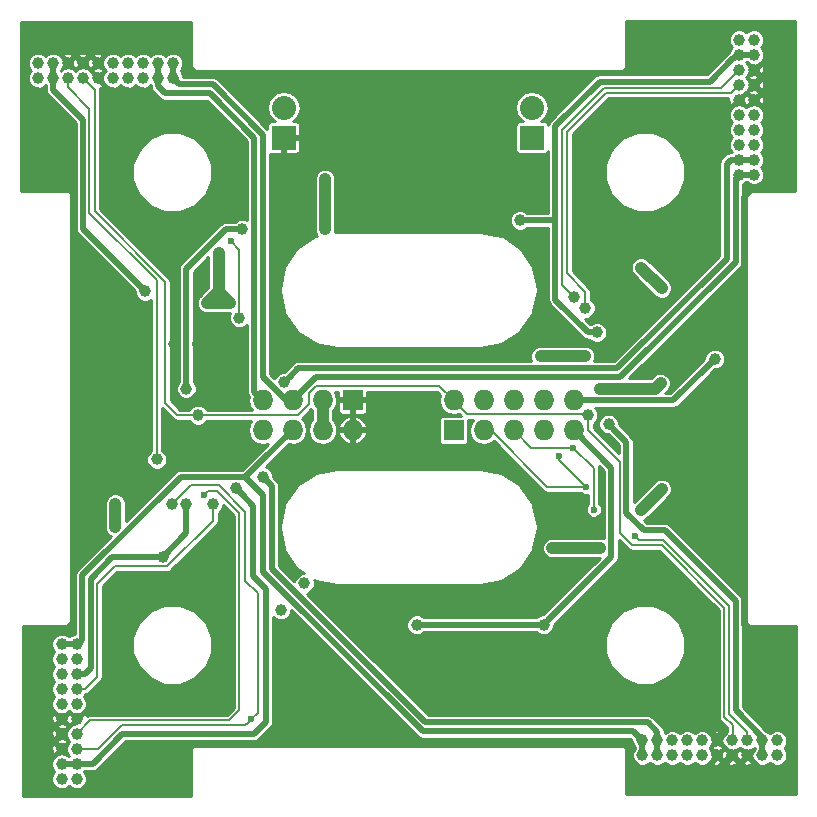
<source format=gbl>
G04 #@! TF.FileFunction,Copper,L2,Bot,Signal*
%FSLAX46Y46*%
G04 Gerber Fmt 4.6, Leading zero omitted, Abs format (unit mm)*
G04 Created by KiCad (PCBNEW 4.0.5+dfsg1-4) date Mon May 29 14:43:21 2017*
%MOMM*%
%LPD*%
G01*
G04 APERTURE LIST*
%ADD10C,0.100000*%
%ADD11R,1.727200X1.727200*%
%ADD12O,1.727200X1.727200*%
%ADD13C,1.000000*%
%ADD14R,2.032000X2.032000*%
%ADD15O,2.032000X2.032000*%
%ADD16C,0.600000*%
%ADD17C,1.000000*%
%ADD18C,0.500000*%
%ADD19C,0.200000*%
%ADD20C,0.254000*%
G04 APERTURE END LIST*
D10*
D11*
X95330000Y-99210000D03*
D12*
X95330000Y-101750000D03*
X92790000Y-99210000D03*
X92790000Y-101750000D03*
X90250000Y-99210000D03*
X90250000Y-101750000D03*
X87710000Y-99210000D03*
X87710000Y-101750000D03*
D11*
X103880000Y-101790000D03*
D12*
X103880000Y-99250000D03*
X106420000Y-101790000D03*
X106420000Y-99250000D03*
X108960000Y-101790000D03*
X108960000Y-99250000D03*
X111500000Y-101790000D03*
X111500000Y-99250000D03*
X114040000Y-101790000D03*
X114040000Y-99250000D03*
D13*
X131295000Y-128035000D03*
X131295000Y-129305000D03*
X130025000Y-128035000D03*
X130025000Y-129305000D03*
X128755000Y-128035000D03*
X128755000Y-129305000D03*
X127485000Y-128035000D03*
X127485000Y-129305000D03*
X126215000Y-128035000D03*
X126215000Y-129305000D03*
X124945000Y-128035000D03*
X124945000Y-129305000D03*
X123675000Y-128035000D03*
X123675000Y-129305000D03*
X122405000Y-128035000D03*
X122405000Y-129305000D03*
X121135000Y-128035000D03*
X121135000Y-129305000D03*
X119865000Y-128035000D03*
X119865000Y-129305000D03*
X128035000Y-68705000D03*
X129305000Y-68705000D03*
X128035000Y-69975000D03*
X129305000Y-69975000D03*
X128035000Y-71245000D03*
X129305000Y-71245000D03*
X128035000Y-72515000D03*
X129305000Y-72515000D03*
X128035000Y-73785000D03*
X129305000Y-73785000D03*
X128035000Y-75055000D03*
X129305000Y-75055000D03*
X128035000Y-76325000D03*
X129305000Y-76325000D03*
X128035000Y-77595000D03*
X129305000Y-77595000D03*
X128035000Y-78865000D03*
X129305000Y-78865000D03*
X128035000Y-80135000D03*
X129305000Y-80135000D03*
X68705000Y-71965000D03*
X68705000Y-70695000D03*
X69975000Y-71965000D03*
X69975000Y-70695000D03*
X71245000Y-71965000D03*
X71245000Y-70695000D03*
X72515000Y-71965000D03*
X72515000Y-70695000D03*
X73785000Y-71965000D03*
X73785000Y-70695000D03*
X75055000Y-71965000D03*
X75055000Y-70695000D03*
X76325000Y-71965000D03*
X76325000Y-70695000D03*
X77595000Y-71965000D03*
X77595000Y-70695000D03*
X78865000Y-71965000D03*
X78865000Y-70695000D03*
X80135000Y-71965000D03*
X80135000Y-70695000D03*
X71965000Y-131295000D03*
X70695000Y-131295000D03*
X71965000Y-130025000D03*
X70695000Y-130025000D03*
X71965000Y-128755000D03*
X70695000Y-128755000D03*
X71965000Y-127485000D03*
X70695000Y-127485000D03*
X71965000Y-126215000D03*
X70695000Y-126215000D03*
X71965000Y-124945000D03*
X70695000Y-124945000D03*
X71965000Y-123675000D03*
X70695000Y-123675000D03*
X71965000Y-122405000D03*
X70695000Y-122405000D03*
X71965000Y-121135000D03*
X70695000Y-121135000D03*
X71965000Y-119865000D03*
X70695000Y-119865000D03*
D14*
X110500000Y-77000000D03*
D15*
X110500000Y-74460000D03*
D14*
X89500000Y-77000000D03*
D15*
X89500000Y-74460000D03*
D13*
X91249998Y-114750000D03*
X89250000Y-117000000D03*
X93000000Y-84750000D03*
X116300010Y-111747015D03*
X121400000Y-97800000D03*
X75203241Y-109953241D03*
X112250000Y-111750000D03*
X93000002Y-80500000D03*
X116250000Y-98250000D03*
X75250000Y-108000000D03*
X115000004Y-95500000D03*
X111250000Y-95500000D03*
X119750000Y-88000000D03*
X121500000Y-89750000D03*
X121500000Y-106750004D03*
X119750000Y-108500000D03*
X84949990Y-91000000D03*
X83000000Y-91000000D03*
X84000000Y-86750000D03*
X87750000Y-105750000D03*
X89518825Y-97731175D03*
D16*
X115749990Y-108500000D03*
X114000000Y-103250000D03*
D13*
X83500000Y-108000000D03*
D16*
X85000000Y-85750000D03*
D13*
X85750000Y-92250000D03*
X115999998Y-93500000D03*
X117000000Y-101250000D03*
X85434307Y-106684307D03*
X109500000Y-84000000D03*
X77750000Y-90000000D03*
D16*
X82750000Y-107250000D03*
D13*
X82250000Y-100500006D03*
X115046759Y-91453241D03*
X115250000Y-100500000D03*
X80046759Y-108046759D03*
D16*
X86750000Y-126250000D03*
X119250000Y-110750000D03*
X112832114Y-103917886D03*
D13*
X114046759Y-90453241D03*
X78750000Y-104250000D03*
D16*
X115116866Y-106580205D03*
D13*
X126000000Y-95750000D03*
X81250000Y-108000000D03*
X86002985Y-84758957D03*
X79250000Y-112500000D03*
X100750000Y-118250004D03*
X111500000Y-118250000D03*
X81250000Y-98250000D03*
X89500000Y-112750000D03*
X84750000Y-112000000D03*
X89250000Y-94500000D03*
X74000000Y-111000000D03*
X86049990Y-94500000D03*
X80250000Y-94500000D03*
X75000000Y-94500000D03*
X82250000Y-94500000D03*
X75000004Y-115000000D03*
X74000000Y-94500000D03*
D17*
X93000000Y-80500002D02*
X93000000Y-84750000D01*
X93000002Y-84749998D02*
X93000000Y-84750000D01*
X93000002Y-80500000D02*
X93000002Y-84749998D01*
X112250000Y-111750000D02*
X116297025Y-111750000D01*
X116297025Y-111750000D02*
X116300010Y-111747015D01*
X120950000Y-98250000D02*
X121400000Y-97800000D01*
X116250000Y-98250000D02*
X120950000Y-98250000D01*
X75250000Y-108000000D02*
X75250000Y-109906482D01*
X75250000Y-109906482D02*
X75203241Y-109953241D01*
X121500000Y-89750000D02*
X119750000Y-88000000D01*
X111250000Y-95500000D02*
X115000004Y-95500000D01*
X119750000Y-108500000D02*
X121499996Y-106750004D01*
D18*
X121499996Y-106750004D02*
X121500000Y-106750004D01*
D17*
X84449991Y-90500001D02*
X84949990Y-91000000D01*
X84000000Y-90050010D02*
X84449991Y-90500001D01*
X84000000Y-90000000D02*
X84000000Y-90050010D01*
X83000000Y-91000000D02*
X84949990Y-91000000D01*
X84000000Y-86750000D02*
X84000000Y-90000000D01*
X84000000Y-90000000D02*
X83000000Y-91000000D01*
X92790000Y-99210000D02*
X92790000Y-101750000D01*
D18*
X119865000Y-128035000D02*
X119080000Y-127250000D01*
X119080000Y-127250000D02*
X101250000Y-127250000D01*
X101250000Y-127250000D02*
X87750000Y-113750000D01*
X87750000Y-113750000D02*
X87750000Y-107250000D01*
X87750000Y-107250000D02*
X86250000Y-105750000D01*
X71965000Y-119865000D02*
X71965000Y-119965000D01*
X71965000Y-119965000D02*
X72000000Y-120000000D01*
X72000000Y-120000000D02*
X72450011Y-119549989D01*
X72450011Y-119549989D02*
X72450011Y-114049989D01*
X72450011Y-114049989D02*
X80765694Y-105734306D01*
X80765694Y-105734306D02*
X86234306Y-105734306D01*
X86234306Y-105734306D02*
X86250000Y-105750000D01*
X80135000Y-71965000D02*
X80670000Y-72500000D01*
X80670000Y-72500000D02*
X83489965Y-72500000D01*
X87750000Y-97305870D02*
X89654130Y-99210000D01*
X83489965Y-72500000D02*
X87750000Y-76760035D01*
X87750000Y-76760035D02*
X87750000Y-97305870D01*
X89654130Y-99210000D02*
X90250000Y-99210000D01*
X128035000Y-80135000D02*
X127750000Y-80420000D01*
X127750000Y-80420000D02*
X127750000Y-87489965D01*
X127750000Y-87489965D02*
X117989965Y-97250000D01*
X117989965Y-97250000D02*
X92210000Y-97250000D01*
X92210000Y-97250000D02*
X91113599Y-98346401D01*
X91113599Y-98346401D02*
X90250000Y-99210000D01*
X86250000Y-105750000D02*
X87500000Y-104500000D01*
X87500000Y-104500000D02*
X90250000Y-101750000D01*
X129305000Y-80135000D02*
X128035000Y-80135000D01*
X119865000Y-129305000D02*
X119865000Y-128035000D01*
X70695000Y-119865000D02*
X71965000Y-119865000D01*
X80135000Y-70695000D02*
X80135000Y-71965000D01*
X101500000Y-126500000D02*
X88499999Y-113499999D01*
X88499999Y-106499999D02*
X88249999Y-106249999D01*
X121135000Y-128035000D02*
X121135000Y-127327894D01*
X120307106Y-126500000D02*
X101500000Y-126500000D01*
X121135000Y-127327894D02*
X120307106Y-126500000D01*
X88249999Y-106249999D02*
X87750000Y-105750000D01*
X88499999Y-113499999D02*
X88499999Y-106499999D01*
X128035000Y-78865000D02*
X127327894Y-78865000D01*
X127327894Y-78865000D02*
X127000000Y-79192894D01*
X127000000Y-79192894D02*
X127000000Y-87250000D01*
X127000000Y-87250000D02*
X117750000Y-96500000D01*
X117750000Y-96500000D02*
X90750000Y-96500000D01*
X90750000Y-96500000D02*
X90018824Y-97231176D01*
X90018824Y-97231176D02*
X89518825Y-97731175D01*
X78865000Y-71965000D02*
X78865000Y-72672106D01*
X78865000Y-72672106D02*
X79442894Y-73250000D01*
X79442894Y-73250000D02*
X83250000Y-73250000D01*
X83250000Y-73250000D02*
X87000000Y-77000000D01*
X87000000Y-77000000D02*
X87000000Y-98500000D01*
X87000000Y-98500000D02*
X87710000Y-99210000D01*
X129305000Y-78865000D02*
X128035000Y-78865000D01*
X121135000Y-129305000D02*
X121135000Y-128035000D01*
X78865000Y-70695000D02*
X78865000Y-71965000D01*
D19*
X115749990Y-108075736D02*
X115749990Y-108500000D01*
X115749990Y-104999990D02*
X115749990Y-108075736D01*
X114000000Y-103250000D02*
X115749990Y-104999990D01*
X83500000Y-108707106D02*
X83500000Y-108000000D01*
X83500000Y-109457106D02*
X83500000Y-108707106D01*
X73700033Y-114799967D02*
X75199998Y-113300002D01*
X79657104Y-113300002D02*
X83500000Y-109457106D01*
X73700033Y-122647073D02*
X73700033Y-114799967D01*
X72672106Y-123675000D02*
X73700033Y-122647073D01*
X75199998Y-113300002D02*
X79657104Y-113300002D01*
X71965000Y-123675000D02*
X72672106Y-123675000D01*
X113575736Y-103250000D02*
X114000000Y-103250000D01*
X110420000Y-103250000D02*
X113575736Y-103250000D01*
X108960000Y-101790000D02*
X110420000Y-103250000D01*
X85000000Y-85750000D02*
X85750000Y-86500000D01*
X85750000Y-86500000D02*
X85750000Y-92250000D01*
D18*
X85934306Y-107184306D02*
X85434307Y-106684307D01*
X86899977Y-108149977D02*
X85934306Y-107184306D01*
X86899977Y-114149977D02*
X86899977Y-108149977D01*
X88000000Y-126500000D02*
X88000000Y-115250000D01*
X87000000Y-127500000D02*
X88000000Y-126500000D01*
X75843532Y-127500000D02*
X87000000Y-127500000D01*
X71965000Y-130025000D02*
X73318532Y-130025000D01*
X73318532Y-130025000D02*
X75843532Y-127500000D01*
X88000000Y-115250000D02*
X86899977Y-114149977D01*
X128035000Y-69975000D02*
X127715001Y-70294999D01*
X127715001Y-70294999D02*
X127578999Y-70294999D01*
X127578999Y-70294999D02*
X125623998Y-72250000D01*
X125623998Y-72250000D02*
X116250000Y-72250000D01*
X116250000Y-72250000D02*
X112500000Y-76000000D01*
X112500000Y-76000000D02*
X112500000Y-84000000D01*
X117499999Y-101749999D02*
X117000000Y-101250000D01*
X130025000Y-127775000D02*
X127750000Y-125500000D01*
X121750000Y-110250000D02*
X120000000Y-110250000D01*
X130025000Y-128035000D02*
X130025000Y-127775000D01*
X118500000Y-108750000D02*
X118500000Y-102750000D01*
X127750000Y-125500000D02*
X127750000Y-116250000D01*
X127750000Y-116250000D02*
X121750000Y-110250000D01*
X120000000Y-110250000D02*
X118500000Y-108750000D01*
X118500000Y-102750000D02*
X117499999Y-101749999D01*
X112500000Y-90707108D02*
X115292892Y-93500000D01*
X115292892Y-93500000D02*
X115999998Y-93500000D01*
X112500000Y-84000000D02*
X112500000Y-90707108D01*
X69975000Y-71965000D02*
X69975000Y-72975000D01*
X69975000Y-72975000D02*
X72500000Y-75500000D01*
X72500000Y-75500000D02*
X72500000Y-84750000D01*
X72500000Y-84750000D02*
X77750000Y-90000000D01*
X112500000Y-84000000D02*
X109500000Y-84000000D01*
X70695000Y-130025000D02*
X71965000Y-130025000D01*
X69975000Y-70695000D02*
X69975000Y-71965000D01*
X129305000Y-69975000D02*
X128035000Y-69975000D01*
X130025000Y-129305000D02*
X130025000Y-128035000D01*
D19*
X83049999Y-106950001D02*
X82750000Y-107250000D01*
X85750000Y-125500000D02*
X85750000Y-108815996D01*
X84900011Y-126349989D02*
X85750000Y-125500000D01*
X73100011Y-126349989D02*
X84900011Y-126349989D01*
X85750000Y-108815996D02*
X83884005Y-106950001D01*
X71965000Y-127485000D02*
X73100011Y-126349989D01*
X82750000Y-107000000D02*
X82750000Y-107250000D01*
X83884005Y-106950001D02*
X83049999Y-106950001D01*
X127485000Y-128035000D02*
X127500000Y-128020000D01*
X127500000Y-126722167D02*
X126799978Y-126022145D01*
X127500000Y-128020000D02*
X127500000Y-126722167D01*
X121500000Y-111500000D02*
X119000000Y-111500000D01*
X115250000Y-101207106D02*
X115250000Y-100500000D01*
X126799978Y-126022145D02*
X126799978Y-116799978D01*
X117949989Y-110449989D02*
X117949989Y-104449989D01*
X117949989Y-104449989D02*
X115250000Y-101750000D01*
X126799978Y-116799978D02*
X121500000Y-111500000D01*
X119000000Y-111500000D02*
X117949989Y-110449989D01*
X115250000Y-101750000D02*
X115250000Y-101207106D01*
X128035000Y-72515000D02*
X127349978Y-73200022D01*
X127349978Y-73200022D02*
X116799978Y-73200022D01*
X116799978Y-73200022D02*
X113500000Y-76500000D01*
X113500000Y-76500000D02*
X113500000Y-88500000D01*
X113500000Y-88500000D02*
X115046759Y-90046759D01*
X115046759Y-90046759D02*
X115046759Y-90746135D01*
X115046759Y-90746135D02*
X115046759Y-91453241D01*
X72515000Y-71965000D02*
X73500000Y-72950000D01*
X73500000Y-72950000D02*
X73500000Y-83250000D01*
X73500000Y-83250000D02*
X79449999Y-89199999D01*
X79449999Y-89199999D02*
X79449999Y-99449999D01*
X79449999Y-99449999D02*
X80500000Y-100500000D01*
X80500000Y-100500000D02*
X82249994Y-100500000D01*
X82249994Y-100500000D02*
X82250000Y-100500006D01*
X91626399Y-99555731D02*
X90682124Y-100500006D01*
X103880000Y-99250000D02*
X102676399Y-98046399D01*
X82957106Y-100500006D02*
X82250000Y-100500006D01*
X91626399Y-98651471D02*
X91626399Y-99555731D01*
X92231471Y-98046399D02*
X91626399Y-98651471D01*
X102676399Y-98046399D02*
X92231471Y-98046399D01*
X90682124Y-100500006D02*
X82957106Y-100500006D01*
X115250000Y-100500000D02*
X115163601Y-100413601D01*
X115163601Y-100413601D02*
X105043601Y-100413601D01*
X105043601Y-100413601D02*
X104743599Y-100113599D01*
X104743599Y-100113599D02*
X103880000Y-99250000D01*
X71965000Y-128755000D02*
X73810700Y-128755000D01*
X75815700Y-126750000D02*
X86250000Y-126750000D01*
X73810700Y-128755000D02*
X75815700Y-126750000D01*
X86250000Y-126750000D02*
X86450001Y-126549999D01*
X86450001Y-126549999D02*
X86750000Y-126250000D01*
X87299999Y-125700001D02*
X87299999Y-115549999D01*
X86750000Y-126250000D02*
X87299999Y-125700001D01*
X84015699Y-106449999D02*
X81643519Y-106449999D01*
X86250000Y-108684300D02*
X84015699Y-106449999D01*
X86250000Y-114500000D02*
X86250000Y-108684300D01*
X87299999Y-115549999D02*
X86250000Y-114500000D01*
X81643519Y-106449999D02*
X80546758Y-107546760D01*
X80546758Y-107546760D02*
X80046759Y-108046759D01*
X106420000Y-101790000D02*
X107040000Y-101790000D01*
X114409760Y-106580205D02*
X115116866Y-106580205D01*
X107040000Y-101790000D02*
X111830205Y-106580205D01*
X111830205Y-106580205D02*
X114409760Y-106580205D01*
X127199989Y-125772883D02*
X127199989Y-116634289D01*
X127199989Y-116634289D02*
X121615699Y-111049999D01*
X128755000Y-127327894D02*
X127199989Y-125772883D01*
X128755000Y-128035000D02*
X128755000Y-127327894D01*
X119549999Y-111049999D02*
X119250000Y-110750000D01*
X121615699Y-111049999D02*
X119549999Y-111049999D01*
X112832114Y-104295453D02*
X112832114Y-103917886D01*
X115116866Y-106580205D02*
X112832114Y-104295453D01*
X113050011Y-89456493D02*
X113546760Y-89953242D01*
X113546760Y-89953242D02*
X114046759Y-90453241D01*
X113050011Y-76384289D02*
X113050011Y-89456493D01*
X116634289Y-72800011D02*
X113050011Y-76384289D01*
X128035000Y-71245000D02*
X126479989Y-72800011D01*
X126479989Y-72800011D02*
X116634289Y-72800011D01*
X78750000Y-103542894D02*
X78750000Y-104250000D01*
X73050011Y-74550011D02*
X73050011Y-83365711D01*
X71245000Y-72745000D02*
X73050011Y-74550011D01*
X78750000Y-89065700D02*
X78750000Y-103542894D01*
X73050011Y-83365711D02*
X78750000Y-89065700D01*
X71245000Y-71965000D02*
X71245000Y-72745000D01*
D18*
X111999999Y-117750001D02*
X111500000Y-118250000D01*
X117250011Y-112499989D02*
X111999999Y-117750001D01*
X117250011Y-105000011D02*
X117250011Y-112499989D01*
X114040000Y-101790000D02*
X117250011Y-105000011D01*
X75000000Y-112500000D02*
X78542894Y-112500000D01*
X71965000Y-122405000D02*
X72672106Y-122405000D01*
X73150022Y-114349978D02*
X75000000Y-112500000D01*
X73150022Y-121927084D02*
X73150022Y-114349978D01*
X78542894Y-112500000D02*
X79250000Y-112500000D01*
X72672106Y-122405000D02*
X73150022Y-121927084D01*
X125500001Y-96249999D02*
X126000000Y-95750000D01*
X122500000Y-99250000D02*
X125500001Y-96249999D01*
X114040000Y-99250000D02*
X122500000Y-99250000D01*
X81250000Y-108707106D02*
X81250000Y-108000000D01*
X81250000Y-110500000D02*
X81250000Y-108707106D01*
X79250000Y-112500000D02*
X81250000Y-110500000D01*
X84585039Y-84758957D02*
X85295879Y-84758957D01*
X81250000Y-88093996D02*
X84585039Y-84758957D01*
X85295879Y-84758957D02*
X86002985Y-84758957D01*
X81250000Y-98250000D02*
X81250000Y-88093996D01*
X100750004Y-118250000D02*
X100750000Y-118250004D01*
X111500000Y-118250000D02*
X100750004Y-118250000D01*
X81750000Y-115000000D02*
X84250001Y-112499999D01*
X75000004Y-115000000D02*
X81750000Y-115000000D01*
X84250001Y-112499999D02*
X84750000Y-112000000D01*
X127485000Y-129305000D02*
X129180000Y-131000000D01*
X129180000Y-131000000D02*
X131006002Y-131000000D01*
X131006002Y-131000000D02*
X132250000Y-129756002D01*
X129250000Y-81250000D02*
X130000000Y-81250000D01*
X132250000Y-129756002D02*
X132250000Y-122000000D01*
X128500000Y-82000000D02*
X129250000Y-81250000D01*
X132250000Y-122000000D02*
X128500000Y-118250000D01*
X131250000Y-74460000D02*
X129305000Y-72515000D01*
X128500000Y-118250000D02*
X128500000Y-82000000D01*
X130000000Y-81250000D02*
X131250000Y-80000000D01*
X131250000Y-80000000D02*
X131250000Y-74460000D01*
X129305000Y-72515000D02*
X131250000Y-70570000D01*
X131250000Y-70570000D02*
X131250000Y-69000000D01*
X131250000Y-69000000D02*
X130004999Y-67754999D01*
X130004999Y-67754999D02*
X122245001Y-67754999D01*
X74460000Y-68750000D02*
X73014999Y-70195001D01*
X122245001Y-67754999D02*
X118500000Y-71500000D01*
X118500000Y-71500000D02*
X82000000Y-71500000D01*
X82000000Y-71500000D02*
X81250000Y-70750000D01*
X81250000Y-70750000D02*
X81250000Y-69750000D01*
X81250000Y-69750000D02*
X80250000Y-68750000D01*
X80250000Y-68750000D02*
X74460000Y-68750000D01*
X73014999Y-70195001D02*
X72515000Y-70695000D01*
X74000000Y-111000000D02*
X71750000Y-113250000D01*
X71750000Y-118000000D02*
X70835001Y-118914999D01*
X71750000Y-113250000D02*
X71750000Y-118000000D01*
X70835001Y-118914999D02*
X70238999Y-118914999D01*
X70238999Y-118914999D02*
X69000000Y-120153998D01*
X69000000Y-120153998D02*
X69000000Y-125790000D01*
X69000000Y-125790000D02*
X70195001Y-126985001D01*
X70195001Y-126985001D02*
X70695000Y-127485000D01*
X70695000Y-127485000D02*
X69000000Y-129180000D01*
X69000000Y-129180000D02*
X69000000Y-131000000D01*
X69000000Y-131000000D02*
X70500000Y-132500000D01*
X70500000Y-132500000D02*
X77000000Y-132500000D01*
X81250000Y-128250000D02*
X118250000Y-128250000D01*
X118750000Y-128750000D02*
X118750000Y-130000000D01*
X77000000Y-132500000D02*
X81250000Y-128250000D01*
X118250000Y-128250000D02*
X118750000Y-128750000D01*
X118750000Y-130000000D02*
X119750000Y-131000000D01*
X119750000Y-131000000D02*
X125790000Y-131000000D01*
X125790000Y-131000000D02*
X127485000Y-129305000D01*
X71750000Y-81250000D02*
X71750000Y-92250000D01*
X71750000Y-92250000D02*
X74000000Y-94500000D01*
X67754999Y-77254999D02*
X71750000Y-81250000D01*
X68500000Y-68750000D02*
X67754999Y-69495001D01*
X67754999Y-69495001D02*
X67754999Y-77254999D01*
X70570000Y-68750000D02*
X68500000Y-68750000D01*
X72515000Y-70695000D02*
X70570000Y-68750000D01*
X126215000Y-128035000D02*
X126215000Y-127965000D01*
X126215000Y-127965000D02*
X125895001Y-127645001D01*
X125895001Y-127645001D02*
X125895001Y-127578999D01*
X125401001Y-127084999D02*
X125334999Y-127084999D01*
X125895001Y-127578999D02*
X125401001Y-127084999D01*
X125334999Y-127084999D02*
X125250000Y-127000000D01*
X125250000Y-127000000D02*
X125000000Y-127000000D01*
X126215000Y-128035000D02*
X126215000Y-127785000D01*
X126215000Y-127785000D02*
X126750000Y-127250000D01*
X126750000Y-127250000D02*
X126750000Y-127000000D01*
D17*
X74000000Y-94500000D02*
X73500001Y-94999999D01*
X73500001Y-110500001D02*
X73799999Y-110799999D01*
X73500001Y-94999999D02*
X73500001Y-110500001D01*
X73799999Y-110799999D02*
X74000000Y-111000000D01*
X82250000Y-94500000D02*
X86049990Y-94500000D01*
D20*
G36*
X132746814Y-81502711D02*
X129069103Y-81502711D01*
X128905697Y-81535214D01*
X128767168Y-81627776D01*
X128674606Y-81766305D01*
X128642103Y-81929711D01*
X128642103Y-117929711D01*
X128674606Y-118093117D01*
X128767168Y-118231646D01*
X128905697Y-118324208D01*
X129069103Y-118356711D01*
X132886206Y-118356711D01*
X132886206Y-132607422D01*
X118496103Y-132607422D01*
X118496103Y-128929711D01*
X118463600Y-128766305D01*
X118371038Y-128627776D01*
X118232509Y-128535214D01*
X118069103Y-128502711D01*
X82069103Y-128502711D01*
X81905697Y-128535214D01*
X81767168Y-128627776D01*
X81674606Y-128766305D01*
X81642103Y-128929711D01*
X81642103Y-132746814D01*
X67391392Y-132746814D01*
X67391392Y-128671864D01*
X69804692Y-128671864D01*
X69840647Y-129018899D01*
X69904277Y-129172513D01*
X70046735Y-129223660D01*
X70515395Y-128755000D01*
X70046735Y-128286340D01*
X69904277Y-128337487D01*
X69804692Y-128671864D01*
X67391392Y-128671864D01*
X67391392Y-128106735D01*
X70226340Y-128106735D01*
X70239605Y-128120000D01*
X70226340Y-128133265D01*
X70277487Y-128275723D01*
X70445309Y-128325704D01*
X70695000Y-128575395D01*
X70927822Y-128342573D01*
X70958899Y-128339353D01*
X71112513Y-128275723D01*
X71163660Y-128133265D01*
X71150395Y-128120000D01*
X71163660Y-128106735D01*
X71112513Y-127964277D01*
X70944691Y-127914296D01*
X70695000Y-127664605D01*
X70462178Y-127897427D01*
X70431101Y-127900647D01*
X70277487Y-127964277D01*
X70226340Y-128106735D01*
X67391392Y-128106735D01*
X67391392Y-127401864D01*
X69804692Y-127401864D01*
X69840647Y-127748899D01*
X69904277Y-127902513D01*
X70046735Y-127953660D01*
X70515395Y-127485000D01*
X70046735Y-127016340D01*
X69904277Y-127067487D01*
X69804692Y-127401864D01*
X67391392Y-127401864D01*
X67391392Y-126836735D01*
X70226340Y-126836735D01*
X70239605Y-126850000D01*
X70226340Y-126863265D01*
X70277487Y-127005723D01*
X70445309Y-127055704D01*
X70695000Y-127305395D01*
X70927822Y-127072573D01*
X70958899Y-127069353D01*
X71112513Y-127005723D01*
X71163660Y-126863265D01*
X71150395Y-126850000D01*
X71163660Y-126836735D01*
X71112513Y-126694277D01*
X70944691Y-126644296D01*
X70695000Y-126394605D01*
X70462178Y-126627427D01*
X70431101Y-126630647D01*
X70277487Y-126694277D01*
X70226340Y-126836735D01*
X67391392Y-126836735D01*
X67391392Y-126131864D01*
X69804692Y-126131864D01*
X69840647Y-126478899D01*
X69904277Y-126632513D01*
X70046735Y-126683660D01*
X70515395Y-126215000D01*
X70874605Y-126215000D01*
X71107427Y-126447822D01*
X71110647Y-126478899D01*
X71174277Y-126632513D01*
X71316735Y-126683660D01*
X71330000Y-126670395D01*
X71343265Y-126683660D01*
X71485723Y-126632513D01*
X71535704Y-126464691D01*
X71785395Y-126215000D01*
X71552573Y-125982178D01*
X71549353Y-125951101D01*
X71485723Y-125797487D01*
X71343265Y-125746340D01*
X71330000Y-125759605D01*
X71316735Y-125746340D01*
X71174277Y-125797487D01*
X71124296Y-125965309D01*
X70874605Y-126215000D01*
X70515395Y-126215000D01*
X70046735Y-125746340D01*
X69904277Y-125797487D01*
X69804692Y-126131864D01*
X67391392Y-126131864D01*
X67391392Y-118356711D01*
X71069103Y-118356711D01*
X71232509Y-118324208D01*
X71371038Y-118231646D01*
X71463600Y-118093117D01*
X71496103Y-117929711D01*
X71496103Y-81929711D01*
X71463600Y-81766305D01*
X71371038Y-81627776D01*
X71232509Y-81535214D01*
X71069103Y-81502711D01*
X67252000Y-81502711D01*
X67252000Y-70868681D01*
X67827849Y-70868681D01*
X67961082Y-71191131D01*
X68099735Y-71330026D01*
X67961949Y-71467571D01*
X67828153Y-71789789D01*
X67827849Y-72138681D01*
X67961082Y-72461131D01*
X68207571Y-72708051D01*
X68529789Y-72841847D01*
X68878681Y-72842151D01*
X69201131Y-72708918D01*
X69340026Y-72570265D01*
X69348000Y-72578253D01*
X69348000Y-72975000D01*
X69395728Y-73214943D01*
X69498901Y-73369353D01*
X69531644Y-73418356D01*
X71873000Y-75759712D01*
X71873000Y-84750000D01*
X71920728Y-84989943D01*
X71984653Y-85085613D01*
X72056644Y-85193356D01*
X76872992Y-90009704D01*
X76872849Y-90173681D01*
X77006082Y-90496131D01*
X77252571Y-90743051D01*
X77574789Y-90876847D01*
X77923681Y-90877151D01*
X78246131Y-90743918D01*
X78273000Y-90717096D01*
X78273000Y-103498177D01*
X78253869Y-103506082D01*
X78006949Y-103752571D01*
X77873153Y-104074789D01*
X77872849Y-104423681D01*
X78006082Y-104746131D01*
X78252571Y-104993051D01*
X78574789Y-105126847D01*
X78923681Y-105127151D01*
X79246131Y-104993918D01*
X79493051Y-104747429D01*
X79626847Y-104425211D01*
X79627151Y-104076319D01*
X79493918Y-103753869D01*
X79247429Y-103506949D01*
X79227000Y-103498466D01*
X79227000Y-99901580D01*
X80162710Y-100837290D01*
X80317460Y-100940691D01*
X80500000Y-100977000D01*
X81498175Y-100977000D01*
X81506082Y-100996137D01*
X81752571Y-101243057D01*
X82074789Y-101376853D01*
X82423681Y-101377157D01*
X82746131Y-101243924D01*
X82993051Y-100997435D01*
X83001534Y-100977006D01*
X86746870Y-100977006D01*
X86563835Y-101250938D01*
X86469400Y-101725695D01*
X86469400Y-101774305D01*
X86563835Y-102249062D01*
X86832763Y-102651542D01*
X87235243Y-102920470D01*
X87710000Y-103014905D01*
X88184757Y-102920470D01*
X88209050Y-102904238D01*
X86005982Y-105107306D01*
X80765694Y-105107306D01*
X80525752Y-105155033D01*
X80322338Y-105290950D01*
X76127000Y-109486288D01*
X76127000Y-107999998D01*
X76127151Y-107826319D01*
X75993918Y-107503869D01*
X75870134Y-107379869D01*
X75870133Y-107379867D01*
X75870131Y-107379866D01*
X75747429Y-107256949D01*
X75425211Y-107123153D01*
X75250002Y-107123000D01*
X75249998Y-107123000D01*
X75076319Y-107122849D01*
X74753869Y-107256082D01*
X74629869Y-107379866D01*
X74629867Y-107379867D01*
X74629866Y-107379869D01*
X74506949Y-107502571D01*
X74373153Y-107824789D01*
X74372849Y-108173681D01*
X74373000Y-108174046D01*
X74373000Y-109665790D01*
X74326394Y-109778030D01*
X74326090Y-110126922D01*
X74459323Y-110449372D01*
X74583107Y-110573372D01*
X74583108Y-110573374D01*
X74583110Y-110573375D01*
X74705812Y-110696292D01*
X74855034Y-110758254D01*
X72006655Y-113606633D01*
X71870739Y-113810046D01*
X71823011Y-114049989D01*
X71823011Y-118987877D01*
X71791319Y-118987849D01*
X71468869Y-119121082D01*
X71351747Y-119238000D01*
X71308277Y-119238000D01*
X71192429Y-119121949D01*
X70870211Y-118988153D01*
X70521319Y-118987849D01*
X70198869Y-119121082D01*
X69951949Y-119367571D01*
X69818153Y-119689789D01*
X69817849Y-120038681D01*
X69951082Y-120361131D01*
X70089735Y-120500026D01*
X69951949Y-120637571D01*
X69818153Y-120959789D01*
X69817849Y-121308681D01*
X69951082Y-121631131D01*
X70089735Y-121770026D01*
X69951949Y-121907571D01*
X69818153Y-122229789D01*
X69817849Y-122578681D01*
X69951082Y-122901131D01*
X70089735Y-123040026D01*
X69951949Y-123177571D01*
X69818153Y-123499789D01*
X69817849Y-123848681D01*
X69951082Y-124171131D01*
X70089735Y-124310026D01*
X69951949Y-124447571D01*
X69818153Y-124769789D01*
X69817849Y-125118681D01*
X69951082Y-125441131D01*
X70197571Y-125688051D01*
X70454229Y-125794624D01*
X70695000Y-126035395D01*
X70936101Y-125794294D01*
X71191131Y-125688918D01*
X71330026Y-125550265D01*
X71467571Y-125688051D01*
X71724229Y-125794624D01*
X71965000Y-126035395D01*
X72206101Y-125794294D01*
X72461131Y-125688918D01*
X72708051Y-125442429D01*
X72841847Y-125120211D01*
X72842151Y-124771319D01*
X72708918Y-124448869D01*
X72570265Y-124309974D01*
X72708051Y-124172429D01*
X72720534Y-124142367D01*
X72854646Y-124115691D01*
X73009396Y-124012290D01*
X74037323Y-122984363D01*
X74140724Y-122829614D01*
X74177033Y-122647073D01*
X74177033Y-120598491D01*
X76691518Y-120598491D01*
X77204553Y-121840129D01*
X78153689Y-122790923D01*
X79394429Y-123306123D01*
X80737883Y-123307296D01*
X81979521Y-122794261D01*
X82930315Y-121845125D01*
X83445515Y-120604385D01*
X83446688Y-119260931D01*
X82933653Y-118019293D01*
X81984517Y-117068499D01*
X80743777Y-116553299D01*
X79400323Y-116552126D01*
X78158685Y-117065161D01*
X77207891Y-118014297D01*
X76692691Y-119255037D01*
X76691518Y-120598491D01*
X74177033Y-120598491D01*
X74177033Y-114997547D01*
X75397578Y-113777002D01*
X79657104Y-113777002D01*
X79839644Y-113740693D01*
X79994394Y-113637292D01*
X83837290Y-109794396D01*
X83940691Y-109639646D01*
X83977000Y-109457106D01*
X83977000Y-108751823D01*
X83996131Y-108743918D01*
X84243051Y-108497429D01*
X84376847Y-108175211D01*
X84376897Y-108117473D01*
X85273000Y-109013576D01*
X85273000Y-125302420D01*
X84702431Y-125872989D01*
X73100011Y-125872989D01*
X72917471Y-125909298D01*
X72821655Y-125973320D01*
X72819353Y-125951101D01*
X72755723Y-125797487D01*
X72613265Y-125746340D01*
X72144605Y-126215000D01*
X72158748Y-126229143D01*
X71979143Y-126408748D01*
X71965000Y-126394605D01*
X71723899Y-126635706D01*
X71468869Y-126741082D01*
X71221949Y-126987571D01*
X71115376Y-127244229D01*
X70874605Y-127485000D01*
X71115706Y-127726101D01*
X71221082Y-127981131D01*
X71359735Y-128120026D01*
X71221949Y-128257571D01*
X71115376Y-128514229D01*
X70874605Y-128755000D01*
X71115706Y-128996101D01*
X71221082Y-129251131D01*
X71359735Y-129390026D01*
X71351747Y-129398000D01*
X71308277Y-129398000D01*
X71192429Y-129281949D01*
X70935771Y-129175376D01*
X70695000Y-128934605D01*
X70453899Y-129175706D01*
X70198869Y-129281082D01*
X69951949Y-129527571D01*
X69818153Y-129849789D01*
X69817849Y-130198681D01*
X69951082Y-130521131D01*
X70089735Y-130660026D01*
X69951949Y-130797571D01*
X69818153Y-131119789D01*
X69817849Y-131468681D01*
X69951082Y-131791131D01*
X70197571Y-132038051D01*
X70519789Y-132171847D01*
X70868681Y-132172151D01*
X71191131Y-132038918D01*
X71330026Y-131900265D01*
X71467571Y-132038051D01*
X71789789Y-132171847D01*
X72138681Y-132172151D01*
X72461131Y-132038918D01*
X72708051Y-131792429D01*
X72841847Y-131470211D01*
X72842151Y-131121319D01*
X72708918Y-130798869D01*
X72570265Y-130659974D01*
X72578253Y-130652000D01*
X73318532Y-130652000D01*
X73558475Y-130604272D01*
X73761888Y-130468356D01*
X76103244Y-128127000D01*
X87000000Y-128127000D01*
X87239943Y-128079272D01*
X87443356Y-127943356D01*
X88443356Y-126943356D01*
X88579273Y-126739942D01*
X88627000Y-126500000D01*
X88627000Y-117617260D01*
X88752571Y-117743051D01*
X89074789Y-117876847D01*
X89423681Y-117877151D01*
X89746131Y-117743918D01*
X89993051Y-117497429D01*
X90126847Y-117175211D01*
X90126988Y-117013700D01*
X100806644Y-127693356D01*
X101010057Y-127829272D01*
X101250000Y-127877000D01*
X118820288Y-127877000D01*
X118987992Y-128044704D01*
X118987849Y-128208681D01*
X119121082Y-128531131D01*
X119238000Y-128648253D01*
X119238000Y-128691723D01*
X119121949Y-128807571D01*
X118988153Y-129129789D01*
X118987849Y-129478681D01*
X119121082Y-129801131D01*
X119367571Y-130048051D01*
X119689789Y-130181847D01*
X120038681Y-130182151D01*
X120361131Y-130048918D01*
X120500026Y-129910265D01*
X120637571Y-130048051D01*
X120959789Y-130181847D01*
X121308681Y-130182151D01*
X121631131Y-130048918D01*
X121770026Y-129910265D01*
X121907571Y-130048051D01*
X122229789Y-130181847D01*
X122578681Y-130182151D01*
X122901131Y-130048918D01*
X123040026Y-129910265D01*
X123177571Y-130048051D01*
X123499789Y-130181847D01*
X123848681Y-130182151D01*
X124171131Y-130048918D01*
X124310026Y-129910265D01*
X124447571Y-130048051D01*
X124769789Y-130181847D01*
X125118681Y-130182151D01*
X125441131Y-130048918D01*
X125536951Y-129953265D01*
X125746340Y-129953265D01*
X125797487Y-130095723D01*
X126131864Y-130195308D01*
X126478899Y-130159353D01*
X126632513Y-130095723D01*
X126683660Y-129953265D01*
X127016340Y-129953265D01*
X127067487Y-130095723D01*
X127401864Y-130195308D01*
X127748899Y-130159353D01*
X127902513Y-130095723D01*
X127953660Y-129953265D01*
X128286340Y-129953265D01*
X128337487Y-130095723D01*
X128671864Y-130195308D01*
X129018899Y-130159353D01*
X129172513Y-130095723D01*
X129223660Y-129953265D01*
X128755000Y-129484605D01*
X128286340Y-129953265D01*
X127953660Y-129953265D01*
X127485000Y-129484605D01*
X127016340Y-129953265D01*
X126683660Y-129953265D01*
X126215000Y-129484605D01*
X125746340Y-129953265D01*
X125536951Y-129953265D01*
X125688051Y-129802429D01*
X125794624Y-129545771D01*
X126035395Y-129305000D01*
X126394605Y-129305000D01*
X126627427Y-129537822D01*
X126630647Y-129568899D01*
X126694277Y-129722513D01*
X126836735Y-129773660D01*
X126850000Y-129760395D01*
X126863265Y-129773660D01*
X127005723Y-129722513D01*
X127055704Y-129554691D01*
X127305395Y-129305000D01*
X127664605Y-129305000D01*
X127897427Y-129537822D01*
X127900647Y-129568899D01*
X127964277Y-129722513D01*
X128106735Y-129773660D01*
X128120000Y-129760395D01*
X128133265Y-129773660D01*
X128275723Y-129722513D01*
X128325704Y-129554691D01*
X128575395Y-129305000D01*
X128342573Y-129072178D01*
X128339353Y-129041101D01*
X128275723Y-128887487D01*
X128133265Y-128836340D01*
X128120000Y-128849605D01*
X128106735Y-128836340D01*
X127964277Y-128887487D01*
X127914296Y-129055309D01*
X127664605Y-129305000D01*
X127305395Y-129305000D01*
X127072573Y-129072178D01*
X127069353Y-129041101D01*
X127005723Y-128887487D01*
X126863265Y-128836340D01*
X126850000Y-128849605D01*
X126836735Y-128836340D01*
X126694277Y-128887487D01*
X126644296Y-129055309D01*
X126394605Y-129305000D01*
X126035395Y-129305000D01*
X125794294Y-129063899D01*
X125688918Y-128808869D01*
X125550265Y-128669974D01*
X125563527Y-128656735D01*
X125746340Y-128656735D01*
X125759605Y-128670000D01*
X125746340Y-128683265D01*
X125797487Y-128825723D01*
X125965309Y-128875704D01*
X126215000Y-129125395D01*
X126447822Y-128892573D01*
X126478899Y-128889353D01*
X126632513Y-128825723D01*
X126683660Y-128683265D01*
X126670395Y-128670000D01*
X126683660Y-128656735D01*
X126632513Y-128514277D01*
X126464691Y-128464296D01*
X126215000Y-128214605D01*
X125982178Y-128447427D01*
X125951101Y-128450647D01*
X125797487Y-128514277D01*
X125746340Y-128656735D01*
X125563527Y-128656735D01*
X125688051Y-128532429D01*
X125794624Y-128275771D01*
X126035395Y-128035000D01*
X125794294Y-127793899D01*
X125688918Y-127538869D01*
X125537050Y-127386735D01*
X125746340Y-127386735D01*
X126215000Y-127855395D01*
X126683660Y-127386735D01*
X126632513Y-127244277D01*
X126298136Y-127144692D01*
X125951101Y-127180647D01*
X125797487Y-127244277D01*
X125746340Y-127386735D01*
X125537050Y-127386735D01*
X125442429Y-127291949D01*
X125120211Y-127158153D01*
X124771319Y-127157849D01*
X124448869Y-127291082D01*
X124309974Y-127429735D01*
X124172429Y-127291949D01*
X123850211Y-127158153D01*
X123501319Y-127157849D01*
X123178869Y-127291082D01*
X123039974Y-127429735D01*
X122902429Y-127291949D01*
X122580211Y-127158153D01*
X122231319Y-127157849D01*
X121908869Y-127291082D01*
X121769974Y-127429735D01*
X121762000Y-127421747D01*
X121762000Y-127327894D01*
X121754678Y-127291082D01*
X121714273Y-127087952D01*
X121578356Y-126884538D01*
X120750462Y-126056644D01*
X120721498Y-126037291D01*
X120547049Y-125920728D01*
X120307106Y-125873000D01*
X101759712Y-125873000D01*
X96485203Y-120598491D01*
X116691518Y-120598491D01*
X117204553Y-121840129D01*
X118153689Y-122790923D01*
X119394429Y-123306123D01*
X120737883Y-123307296D01*
X121979521Y-122794261D01*
X122930315Y-121845125D01*
X123445515Y-120604385D01*
X123446688Y-119260931D01*
X122933653Y-118019293D01*
X121984517Y-117068499D01*
X120743777Y-116553299D01*
X119400323Y-116552126D01*
X118158685Y-117065161D01*
X117207891Y-118014297D01*
X116692691Y-119255037D01*
X116691518Y-120598491D01*
X96485203Y-120598491D01*
X91487495Y-115600783D01*
X91746129Y-115493918D01*
X91993049Y-115247429D01*
X92126845Y-114925211D01*
X92127149Y-114576319D01*
X92085757Y-114476141D01*
X92109796Y-114492204D01*
X92109799Y-114492207D01*
X92186762Y-114524086D01*
X92263724Y-114555965D01*
X92263729Y-114555965D01*
X93985799Y-114898506D01*
X94027854Y-114898506D01*
X94069103Y-114906711D01*
X106069103Y-114906711D01*
X106110352Y-114898506D01*
X106152407Y-114898506D01*
X107874476Y-114555965D01*
X107874481Y-114555965D01*
X108028406Y-114492207D01*
X109488310Y-113516731D01*
X109488313Y-113516730D01*
X109606122Y-113398920D01*
X110581596Y-111939018D01*
X110581599Y-111939015D01*
X110613477Y-111862053D01*
X110645357Y-111785090D01*
X110645357Y-111785085D01*
X110987897Y-110063018D01*
X110987899Y-110063014D01*
X110987899Y-109896408D01*
X110987897Y-109896404D01*
X110645357Y-108174337D01*
X110645357Y-108174332D01*
X110606327Y-108080106D01*
X110581599Y-108020407D01*
X110581596Y-108020404D01*
X109606122Y-106560502D01*
X109488313Y-106442692D01*
X109488310Y-106442691D01*
X108028406Y-105467215D01*
X107874481Y-105403457D01*
X107874476Y-105403457D01*
X106152407Y-105060916D01*
X106110352Y-105060916D01*
X106069103Y-105052711D01*
X94069103Y-105052711D01*
X94027854Y-105060916D01*
X93985799Y-105060916D01*
X92263729Y-105403457D01*
X92263724Y-105403457D01*
X92186761Y-105435337D01*
X92109799Y-105467215D01*
X92109796Y-105467218D01*
X90649894Y-106442692D01*
X90532084Y-106560501D01*
X90532084Y-106560502D01*
X89556607Y-108020408D01*
X89492849Y-108174333D01*
X89492849Y-108174338D01*
X89150309Y-109896402D01*
X89150307Y-109896407D01*
X89150308Y-109979711D01*
X89150307Y-110063015D01*
X89150309Y-110063020D01*
X89492849Y-111785084D01*
X89492849Y-111785089D01*
X89556607Y-111939014D01*
X90532083Y-113398918D01*
X90532084Y-113398921D01*
X90649894Y-113516730D01*
X91183004Y-113872942D01*
X91076317Y-113872849D01*
X90753867Y-114006082D01*
X90506947Y-114252571D01*
X90399073Y-114512361D01*
X89126999Y-113240287D01*
X89126999Y-106499999D01*
X89079271Y-106260056D01*
X88943355Y-106056643D01*
X88627008Y-105740296D01*
X88627151Y-105576319D01*
X88493918Y-105253869D01*
X88247429Y-105006949D01*
X87987637Y-104899075D01*
X89934553Y-102952159D01*
X90250000Y-103014905D01*
X90724757Y-102920470D01*
X91127237Y-102651542D01*
X91396165Y-102249062D01*
X91490600Y-101774305D01*
X91490600Y-101725695D01*
X91396165Y-101250938D01*
X91127237Y-100848458D01*
X91055911Y-100800799D01*
X91845634Y-100011076D01*
X91912763Y-100111542D01*
X91913000Y-100111700D01*
X91913000Y-100848300D01*
X91912763Y-100848458D01*
X91643835Y-101250938D01*
X91549400Y-101725695D01*
X91549400Y-101774305D01*
X91643835Y-102249062D01*
X91912763Y-102651542D01*
X92315243Y-102920470D01*
X92790000Y-103014905D01*
X93264757Y-102920470D01*
X93667237Y-102651542D01*
X93936165Y-102249062D01*
X93972082Y-102068491D01*
X94130967Y-102068491D01*
X94344119Y-102503097D01*
X94707362Y-102823051D01*
X95011511Y-102949021D01*
X95203000Y-102889293D01*
X95203000Y-101877000D01*
X95457000Y-101877000D01*
X95457000Y-102889293D01*
X95648489Y-102949021D01*
X95952638Y-102823051D01*
X96315881Y-102503097D01*
X96529033Y-102068491D01*
X96469844Y-101877000D01*
X95457000Y-101877000D01*
X95203000Y-101877000D01*
X94190156Y-101877000D01*
X94130967Y-102068491D01*
X93972082Y-102068491D01*
X94030600Y-101774305D01*
X94030600Y-101725695D01*
X93972083Y-101431509D01*
X94130967Y-101431509D01*
X94190156Y-101623000D01*
X95203000Y-101623000D01*
X95203000Y-100610707D01*
X95457000Y-100610707D01*
X95457000Y-101623000D01*
X96469844Y-101623000D01*
X96529033Y-101431509D01*
X96315881Y-100996903D01*
X95952638Y-100676949D01*
X95648489Y-100550979D01*
X95457000Y-100610707D01*
X95203000Y-100610707D01*
X95011511Y-100550979D01*
X94707362Y-100676949D01*
X94344119Y-100996903D01*
X94130967Y-101431509D01*
X93972083Y-101431509D01*
X93936165Y-101250938D01*
X93667237Y-100848458D01*
X93667000Y-100848300D01*
X93667000Y-100111700D01*
X93667237Y-100111542D01*
X93936165Y-99709062D01*
X93991425Y-99431250D01*
X94089400Y-99431250D01*
X94089400Y-100148590D01*
X94146795Y-100287153D01*
X94252847Y-100393205D01*
X94391410Y-100450600D01*
X95108750Y-100450600D01*
X95203000Y-100356350D01*
X95203000Y-99337000D01*
X95457000Y-99337000D01*
X95457000Y-100356350D01*
X95551250Y-100450600D01*
X96268590Y-100450600D01*
X96407153Y-100393205D01*
X96513205Y-100287153D01*
X96570600Y-100148590D01*
X96570600Y-99431250D01*
X96476350Y-99337000D01*
X95457000Y-99337000D01*
X95203000Y-99337000D01*
X94183650Y-99337000D01*
X94089400Y-99431250D01*
X93991425Y-99431250D01*
X94030600Y-99234305D01*
X94030600Y-99185695D01*
X93936165Y-98710938D01*
X93810856Y-98523399D01*
X94089400Y-98523399D01*
X94089400Y-98988750D01*
X94183650Y-99083000D01*
X95203000Y-99083000D01*
X95203000Y-99063000D01*
X95457000Y-99063000D01*
X95457000Y-99083000D01*
X96476350Y-99083000D01*
X96570600Y-98988750D01*
X96570600Y-98523399D01*
X102478819Y-98523399D01*
X102729276Y-98773856D01*
X102639400Y-99225695D01*
X102639400Y-99274305D01*
X102733835Y-99749062D01*
X103002763Y-100151542D01*
X103405243Y-100420470D01*
X103880000Y-100514905D01*
X104354757Y-100420470D01*
X104367425Y-100412005D01*
X104497435Y-100542015D01*
X103016400Y-100542015D01*
X102876692Y-100568303D01*
X102748380Y-100650870D01*
X102662299Y-100776853D01*
X102632015Y-100926400D01*
X102632015Y-102653600D01*
X102658303Y-102793308D01*
X102740870Y-102921620D01*
X102866853Y-103007701D01*
X103016400Y-103037985D01*
X104743600Y-103037985D01*
X104883308Y-103011697D01*
X105011620Y-102929130D01*
X105097701Y-102803147D01*
X105127985Y-102653600D01*
X105127985Y-100926400D01*
X105121249Y-100890601D01*
X105541331Y-100890601D01*
X105273835Y-101290938D01*
X105179400Y-101765695D01*
X105179400Y-101814305D01*
X105273835Y-102289062D01*
X105542763Y-102691542D01*
X105945243Y-102960470D01*
X106420000Y-103054905D01*
X106894757Y-102960470D01*
X107279088Y-102703668D01*
X111492915Y-106917495D01*
X111647665Y-107020896D01*
X111830205Y-107057205D01*
X114636446Y-107057205D01*
X114732876Y-107153803D01*
X114981612Y-107257087D01*
X115250939Y-107257322D01*
X115272990Y-107248211D01*
X115272990Y-108019580D01*
X115176392Y-108116010D01*
X115073108Y-108364746D01*
X115072873Y-108634073D01*
X115175723Y-108882989D01*
X115366000Y-109073598D01*
X115614736Y-109176882D01*
X115884063Y-109177117D01*
X116132979Y-109074267D01*
X116323588Y-108883990D01*
X116426872Y-108635254D01*
X116427107Y-108365927D01*
X116324257Y-108117011D01*
X116226990Y-108019574D01*
X116226990Y-104999990D01*
X116193150Y-104829862D01*
X116623011Y-105259723D01*
X116623011Y-110931535D01*
X116475221Y-110870168D01*
X116300012Y-110870015D01*
X116300008Y-110870015D01*
X116126329Y-110869864D01*
X116118739Y-110873000D01*
X112249998Y-110873000D01*
X112076319Y-110872849D01*
X111753869Y-111006082D01*
X111629869Y-111129866D01*
X111629867Y-111129867D01*
X111629866Y-111129869D01*
X111506949Y-111252571D01*
X111373153Y-111574789D01*
X111372849Y-111923681D01*
X111506082Y-112246131D01*
X111629866Y-112370131D01*
X111629867Y-112370133D01*
X111629869Y-112370134D01*
X111752571Y-112493051D01*
X112074789Y-112626847D01*
X112249998Y-112627000D01*
X112250383Y-112627000D01*
X112423681Y-112627151D01*
X112424046Y-112627000D01*
X116236288Y-112627000D01*
X111490296Y-117372992D01*
X111326319Y-117372849D01*
X111003869Y-117506082D01*
X110886747Y-117623000D01*
X101363273Y-117623000D01*
X101247429Y-117506953D01*
X100925211Y-117373157D01*
X100576319Y-117372853D01*
X100253869Y-117506086D01*
X100006949Y-117752575D01*
X99873153Y-118074793D01*
X99872849Y-118423685D01*
X100006082Y-118746135D01*
X100252571Y-118993055D01*
X100574789Y-119126851D01*
X100923681Y-119127155D01*
X101246131Y-118993922D01*
X101363257Y-118877000D01*
X110886723Y-118877000D01*
X111002571Y-118993051D01*
X111324789Y-119126847D01*
X111673681Y-119127151D01*
X111996131Y-118993918D01*
X112243051Y-118747429D01*
X112376847Y-118425211D01*
X112376991Y-118259721D01*
X117693367Y-112943345D01*
X117705983Y-112924464D01*
X117829283Y-112739932D01*
X117877011Y-112499989D01*
X117877011Y-111051591D01*
X118662710Y-111837290D01*
X118817460Y-111940691D01*
X119000000Y-111977000D01*
X121302420Y-111977000D01*
X126322978Y-116997558D01*
X126322978Y-126022145D01*
X126359287Y-126204685D01*
X126462688Y-126359435D01*
X127023000Y-126919747D01*
X127023000Y-127276979D01*
X126988869Y-127291082D01*
X126741949Y-127537571D01*
X126635376Y-127794229D01*
X126394605Y-128035000D01*
X126635706Y-128276101D01*
X126741082Y-128531131D01*
X126987571Y-128778051D01*
X127244229Y-128884624D01*
X127485000Y-129125395D01*
X127726101Y-128884294D01*
X127981131Y-128778918D01*
X128120026Y-128640265D01*
X128257571Y-128778051D01*
X128514229Y-128884624D01*
X128755000Y-129125395D01*
X128996101Y-128884294D01*
X129251131Y-128778918D01*
X129390026Y-128640265D01*
X129398000Y-128648253D01*
X129398000Y-128691723D01*
X129281949Y-128807571D01*
X129175376Y-129064229D01*
X128934605Y-129305000D01*
X129175706Y-129546101D01*
X129281082Y-129801131D01*
X129527571Y-130048051D01*
X129849789Y-130181847D01*
X130198681Y-130182151D01*
X130521131Y-130048918D01*
X130660026Y-129910265D01*
X130797571Y-130048051D01*
X131119789Y-130181847D01*
X131468681Y-130182151D01*
X131791131Y-130048918D01*
X132038051Y-129802429D01*
X132171847Y-129480211D01*
X132172151Y-129131319D01*
X132038918Y-128808869D01*
X131900265Y-128669974D01*
X132038051Y-128532429D01*
X132171847Y-128210211D01*
X132172151Y-127861319D01*
X132038918Y-127538869D01*
X131792429Y-127291949D01*
X131470211Y-127158153D01*
X131121319Y-127157849D01*
X130798869Y-127291082D01*
X130659974Y-127429735D01*
X130522429Y-127291949D01*
X130362078Y-127225366D01*
X128377000Y-125240288D01*
X128377000Y-116250000D01*
X128329272Y-116010057D01*
X128193356Y-115806644D01*
X122193356Y-109806644D01*
X121989943Y-109670728D01*
X121750000Y-109623000D01*
X120259712Y-109623000D01*
X119987496Y-109350784D01*
X120246131Y-109243918D01*
X120370131Y-109120134D01*
X120370133Y-109120133D01*
X120370450Y-109119816D01*
X120493051Y-108997429D01*
X120493203Y-108997063D01*
X122118159Y-107372107D01*
X122243051Y-107247433D01*
X122376847Y-106925215D01*
X122377151Y-106576323D01*
X122243918Y-106253873D01*
X121997429Y-106006953D01*
X121675211Y-105873157D01*
X121499998Y-105873004D01*
X121499994Y-105873004D01*
X121326319Y-105872853D01*
X121164389Y-105939761D01*
X121164383Y-105939762D01*
X121164378Y-105939765D01*
X121003869Y-106006086D01*
X120879877Y-106129862D01*
X120879863Y-106129871D01*
X120877258Y-106132476D01*
X120756949Y-106252575D01*
X120756800Y-106252934D01*
X119129867Y-107879867D01*
X119129866Y-107879869D01*
X119127000Y-107882730D01*
X119127000Y-102750000D01*
X119079272Y-102510057D01*
X118943356Y-102306644D01*
X117877008Y-101240296D01*
X117877151Y-101076319D01*
X117743918Y-100753869D01*
X117497429Y-100506949D01*
X117175211Y-100373153D01*
X116826319Y-100372849D01*
X116503869Y-100506082D01*
X116256949Y-100752571D01*
X116123153Y-101074789D01*
X116122849Y-101423681D01*
X116256082Y-101746131D01*
X116502571Y-101993051D01*
X116824789Y-102126847D01*
X116990279Y-102126991D01*
X117873000Y-103009712D01*
X117873000Y-103698420D01*
X115727000Y-101552420D01*
X115727000Y-101251823D01*
X115746131Y-101243918D01*
X115993051Y-100997429D01*
X116126847Y-100675211D01*
X116127151Y-100326319D01*
X115993918Y-100003869D01*
X115867270Y-99877000D01*
X122500000Y-99877000D01*
X122739943Y-99829272D01*
X122943356Y-99693356D01*
X126009704Y-96627008D01*
X126173681Y-96627151D01*
X126496131Y-96493918D01*
X126743051Y-96247429D01*
X126876847Y-95925211D01*
X126877151Y-95576319D01*
X126743918Y-95253869D01*
X126497429Y-95006949D01*
X126175211Y-94873153D01*
X125826319Y-94872849D01*
X125503869Y-95006082D01*
X125256949Y-95252571D01*
X125123153Y-95574789D01*
X125123009Y-95740279D01*
X122240288Y-98623000D01*
X121817266Y-98623000D01*
X122020133Y-98420133D01*
X122020134Y-98420131D01*
X122143051Y-98297429D01*
X122276847Y-97975211D01*
X122277151Y-97626319D01*
X122143918Y-97303869D01*
X122020134Y-97179869D01*
X122020133Y-97179867D01*
X122020131Y-97179866D01*
X121897429Y-97056949D01*
X121575211Y-96923153D01*
X121400002Y-96923000D01*
X121399998Y-96923000D01*
X121226319Y-96922849D01*
X120903869Y-97056082D01*
X120779869Y-97179866D01*
X120779867Y-97179867D01*
X120779550Y-97180184D01*
X120656949Y-97302571D01*
X120656797Y-97302937D01*
X120586734Y-97373000D01*
X118753677Y-97373000D01*
X128193356Y-87933321D01*
X128329273Y-87729907D01*
X128377000Y-87489965D01*
X128377000Y-80942603D01*
X128531131Y-80878918D01*
X128648253Y-80762000D01*
X128691723Y-80762000D01*
X128807571Y-80878051D01*
X129129789Y-81011847D01*
X129478681Y-81012151D01*
X129801131Y-80878918D01*
X130048051Y-80632429D01*
X130181847Y-80310211D01*
X130182151Y-79961319D01*
X130048918Y-79638869D01*
X129910265Y-79499974D01*
X130048051Y-79362429D01*
X130181847Y-79040211D01*
X130182151Y-78691319D01*
X130048918Y-78368869D01*
X129910265Y-78229974D01*
X130048051Y-78092429D01*
X130181847Y-77770211D01*
X130182151Y-77421319D01*
X130048918Y-77098869D01*
X129910265Y-76959974D01*
X130048051Y-76822429D01*
X130181847Y-76500211D01*
X130182151Y-76151319D01*
X130048918Y-75828869D01*
X129910265Y-75689974D01*
X130048051Y-75552429D01*
X130181847Y-75230211D01*
X130182151Y-74881319D01*
X130048918Y-74558869D01*
X129802429Y-74311949D01*
X129545771Y-74205376D01*
X129305000Y-73964605D01*
X129063899Y-74205706D01*
X128808869Y-74311082D01*
X128669974Y-74449735D01*
X128532429Y-74311949D01*
X128275771Y-74205376D01*
X128035000Y-73964605D01*
X127793899Y-74205706D01*
X127538869Y-74311082D01*
X127291949Y-74557571D01*
X127158153Y-74879789D01*
X127157849Y-75228681D01*
X127291082Y-75551131D01*
X127429735Y-75690026D01*
X127291949Y-75827571D01*
X127158153Y-76149789D01*
X127157849Y-76498681D01*
X127291082Y-76821131D01*
X127429735Y-76960026D01*
X127291949Y-77097571D01*
X127158153Y-77419789D01*
X127157849Y-77768681D01*
X127291082Y-78091131D01*
X127429735Y-78230026D01*
X127421747Y-78238000D01*
X127327894Y-78238000D01*
X127087951Y-78285728D01*
X126884538Y-78421644D01*
X126556644Y-78749538D01*
X126420728Y-78952951D01*
X126373000Y-79192894D01*
X126373000Y-86990288D01*
X117490288Y-95873000D01*
X115794722Y-95873000D01*
X115876851Y-95675211D01*
X115877155Y-95326319D01*
X115743922Y-95003869D01*
X115620138Y-94879869D01*
X115620137Y-94879867D01*
X115620135Y-94879866D01*
X115497433Y-94756949D01*
X115175215Y-94623153D01*
X115000006Y-94623000D01*
X114999621Y-94623000D01*
X114826323Y-94622849D01*
X114825958Y-94623000D01*
X111249998Y-94623000D01*
X111076319Y-94622849D01*
X110753869Y-94756082D01*
X110629869Y-94879866D01*
X110629867Y-94879867D01*
X110629866Y-94879869D01*
X110506949Y-95002571D01*
X110373153Y-95324789D01*
X110372849Y-95673681D01*
X110455206Y-95873000D01*
X90750000Y-95873000D01*
X90510057Y-95920728D01*
X90306644Y-96056644D01*
X89509121Y-96854167D01*
X89345144Y-96854024D01*
X89022694Y-96987257D01*
X88775774Y-97233746D01*
X88713811Y-97382969D01*
X88377000Y-97046158D01*
X88377000Y-89796407D01*
X89150307Y-89796407D01*
X89150308Y-89879711D01*
X89150307Y-89963015D01*
X89150309Y-89963020D01*
X89492849Y-91685084D01*
X89492849Y-91685089D01*
X89556607Y-91839014D01*
X90532083Y-93298918D01*
X90532084Y-93298921D01*
X90649894Y-93416730D01*
X92109796Y-94392204D01*
X92109799Y-94392207D01*
X92186761Y-94424085D01*
X92263724Y-94455965D01*
X92263729Y-94455965D01*
X93985799Y-94798506D01*
X94027854Y-94798506D01*
X94069103Y-94806711D01*
X106069103Y-94806711D01*
X106110352Y-94798506D01*
X106152407Y-94798506D01*
X107874476Y-94455965D01*
X107874481Y-94455965D01*
X108028406Y-94392207D01*
X109488310Y-93416731D01*
X109488313Y-93416730D01*
X109606122Y-93298920D01*
X110581596Y-91839018D01*
X110581599Y-91839015D01*
X110621348Y-91743051D01*
X110645357Y-91685090D01*
X110645357Y-91685085D01*
X110987897Y-89963018D01*
X110987899Y-89963014D01*
X110987899Y-89796408D01*
X110987897Y-89796404D01*
X110645357Y-88074337D01*
X110645357Y-88074332D01*
X110613478Y-87997370D01*
X110581599Y-87920407D01*
X110581596Y-87920404D01*
X109606122Y-86460502D01*
X109488313Y-86342692D01*
X109488310Y-86342691D01*
X108028406Y-85367215D01*
X107874481Y-85303457D01*
X107874476Y-85303457D01*
X106152407Y-84960916D01*
X106110352Y-84960916D01*
X106069103Y-84952711D01*
X94069103Y-84952711D01*
X94027854Y-84960916D01*
X93985799Y-84960916D01*
X93850877Y-84987754D01*
X93876847Y-84925211D01*
X93877000Y-84750015D01*
X93877003Y-84749998D01*
X93877002Y-84749993D01*
X93877002Y-84747322D01*
X93877151Y-84576319D01*
X93877002Y-84575958D01*
X93877002Y-84173681D01*
X108622849Y-84173681D01*
X108756082Y-84496131D01*
X109002571Y-84743051D01*
X109324789Y-84876847D01*
X109673681Y-84877151D01*
X109996131Y-84743918D01*
X110113253Y-84627000D01*
X111873000Y-84627000D01*
X111873000Y-90707108D01*
X111920728Y-90947051D01*
X112011850Y-91083425D01*
X112056644Y-91150464D01*
X114849536Y-93943356D01*
X115052950Y-94079273D01*
X115292892Y-94127000D01*
X115386721Y-94127000D01*
X115502569Y-94243051D01*
X115824787Y-94376847D01*
X116173679Y-94377151D01*
X116496129Y-94243918D01*
X116743049Y-93997429D01*
X116876845Y-93675211D01*
X116877149Y-93326319D01*
X116743916Y-93003869D01*
X116497427Y-92756949D01*
X116175209Y-92623153D01*
X115826317Y-92622849D01*
X115503867Y-92756082D01*
X115469747Y-92790143D01*
X115009812Y-92330208D01*
X115220440Y-92330392D01*
X115542890Y-92197159D01*
X115789810Y-91950670D01*
X115923606Y-91628452D01*
X115923910Y-91279560D01*
X115790677Y-90957110D01*
X115544188Y-90710190D01*
X115523759Y-90701707D01*
X115523759Y-90046759D01*
X115487450Y-89864219D01*
X115384049Y-89709469D01*
X113977000Y-88302420D01*
X113977000Y-88173681D01*
X118872849Y-88173681D01*
X119006082Y-88496131D01*
X119129866Y-88620131D01*
X119129867Y-88620133D01*
X119130184Y-88620450D01*
X119252571Y-88743051D01*
X119252937Y-88743203D01*
X120879613Y-90369878D01*
X121002571Y-90493051D01*
X121324789Y-90626847D01*
X121499993Y-90627000D01*
X121500000Y-90627001D01*
X121500007Y-90627000D01*
X121673681Y-90627151D01*
X121996131Y-90493918D01*
X122120131Y-90370134D01*
X122120133Y-90370133D01*
X122120134Y-90370131D01*
X122243051Y-90247429D01*
X122376847Y-89925211D01*
X122377000Y-89750007D01*
X122377001Y-89750000D01*
X122377000Y-89749993D01*
X122377151Y-89576319D01*
X122243918Y-89253869D01*
X121997429Y-89006949D01*
X121997061Y-89006796D01*
X120370133Y-87379867D01*
X120370131Y-87379866D01*
X120247429Y-87256949D01*
X119925211Y-87123153D01*
X119750002Y-87123000D01*
X119749998Y-87123000D01*
X119576319Y-87122849D01*
X119253869Y-87256082D01*
X119129869Y-87379866D01*
X119129867Y-87379867D01*
X119129866Y-87379869D01*
X119006949Y-87502571D01*
X118873153Y-87824789D01*
X118872849Y-88173681D01*
X113977000Y-88173681D01*
X113977000Y-80598491D01*
X116691518Y-80598491D01*
X117204553Y-81840129D01*
X118153689Y-82790923D01*
X119394429Y-83306123D01*
X120737883Y-83307296D01*
X121979521Y-82794261D01*
X122930315Y-81845125D01*
X123445515Y-80604385D01*
X123446688Y-79260931D01*
X122933653Y-78019293D01*
X121984517Y-77068499D01*
X120743777Y-76553299D01*
X119400323Y-76552126D01*
X118158685Y-77065161D01*
X117207891Y-78014297D01*
X116692691Y-79255037D01*
X116691518Y-80598491D01*
X113977000Y-80598491D01*
X113977000Y-76697580D01*
X116997558Y-73677022D01*
X127152091Y-73677022D01*
X127144692Y-73701864D01*
X127180647Y-74048899D01*
X127244277Y-74202513D01*
X127386735Y-74253660D01*
X127855395Y-73785000D01*
X128214605Y-73785000D01*
X128447427Y-74017822D01*
X128450647Y-74048899D01*
X128514277Y-74202513D01*
X128656735Y-74253660D01*
X128670000Y-74240395D01*
X128683265Y-74253660D01*
X128825723Y-74202513D01*
X128875704Y-74034691D01*
X129125395Y-73785000D01*
X129484605Y-73785000D01*
X129953265Y-74253660D01*
X130095723Y-74202513D01*
X130195308Y-73868136D01*
X130159353Y-73521101D01*
X130095723Y-73367487D01*
X129953265Y-73316340D01*
X129484605Y-73785000D01*
X129125395Y-73785000D01*
X128892573Y-73552178D01*
X128889353Y-73521101D01*
X128825723Y-73367487D01*
X128683265Y-73316340D01*
X128670000Y-73329605D01*
X128656735Y-73316340D01*
X128514277Y-73367487D01*
X128464296Y-73535309D01*
X128214605Y-73785000D01*
X127855395Y-73785000D01*
X127841253Y-73770858D01*
X128020858Y-73591253D01*
X128035000Y-73605395D01*
X128276101Y-73364294D01*
X128531131Y-73258918D01*
X128653527Y-73136735D01*
X128836340Y-73136735D01*
X128849605Y-73150000D01*
X128836340Y-73163265D01*
X128887487Y-73305723D01*
X129055309Y-73355704D01*
X129305000Y-73605395D01*
X129537822Y-73372573D01*
X129568899Y-73369353D01*
X129722513Y-73305723D01*
X129773660Y-73163265D01*
X129760395Y-73150000D01*
X129773660Y-73136735D01*
X129722513Y-72994277D01*
X129554691Y-72944296D01*
X129305000Y-72694605D01*
X129072178Y-72927427D01*
X129041101Y-72930647D01*
X128887487Y-72994277D01*
X128836340Y-73136735D01*
X128653527Y-73136735D01*
X128778051Y-73012429D01*
X128884624Y-72755771D01*
X129125395Y-72515000D01*
X129484605Y-72515000D01*
X129953265Y-72983660D01*
X130095723Y-72932513D01*
X130195308Y-72598136D01*
X130159353Y-72251101D01*
X130095723Y-72097487D01*
X129953265Y-72046340D01*
X129484605Y-72515000D01*
X129125395Y-72515000D01*
X128884294Y-72273899D01*
X128778918Y-72018869D01*
X128640265Y-71879974D01*
X128653527Y-71866735D01*
X128836340Y-71866735D01*
X128849605Y-71880000D01*
X128836340Y-71893265D01*
X128887487Y-72035723D01*
X129055309Y-72085704D01*
X129305000Y-72335395D01*
X129537822Y-72102573D01*
X129568899Y-72099353D01*
X129722513Y-72035723D01*
X129773660Y-71893265D01*
X129760395Y-71880000D01*
X129773660Y-71866735D01*
X129722513Y-71724277D01*
X129554691Y-71674296D01*
X129305000Y-71424605D01*
X129072178Y-71657427D01*
X129041101Y-71660647D01*
X128887487Y-71724277D01*
X128836340Y-71866735D01*
X128653527Y-71866735D01*
X128778051Y-71742429D01*
X128884624Y-71485771D01*
X129125395Y-71245000D01*
X129484605Y-71245000D01*
X129953265Y-71713660D01*
X130095723Y-71662513D01*
X130195308Y-71328136D01*
X130159353Y-70981101D01*
X130095723Y-70827487D01*
X129953265Y-70776340D01*
X129484605Y-71245000D01*
X129125395Y-71245000D01*
X128884294Y-71003899D01*
X128778918Y-70748869D01*
X128640265Y-70609974D01*
X128648253Y-70602000D01*
X128691723Y-70602000D01*
X128807571Y-70718051D01*
X129064229Y-70824624D01*
X129305000Y-71065395D01*
X129546101Y-70824294D01*
X129801131Y-70718918D01*
X130048051Y-70472429D01*
X130181847Y-70150211D01*
X130182151Y-69801319D01*
X130048918Y-69478869D01*
X129910265Y-69339974D01*
X130048051Y-69202429D01*
X130181847Y-68880211D01*
X130182151Y-68531319D01*
X130048918Y-68208869D01*
X129802429Y-67961949D01*
X129480211Y-67828153D01*
X129131319Y-67827849D01*
X128808869Y-67961082D01*
X128669974Y-68099735D01*
X128532429Y-67961949D01*
X128210211Y-67828153D01*
X127861319Y-67827849D01*
X127538869Y-67961082D01*
X127291949Y-68207571D01*
X127158153Y-68529789D01*
X127157849Y-68878681D01*
X127291082Y-69201131D01*
X127429735Y-69340026D01*
X127291949Y-69477571D01*
X127158153Y-69799789D01*
X127158121Y-69836624D01*
X127135643Y-69851643D01*
X125364286Y-71623000D01*
X116250000Y-71623000D01*
X116010058Y-71670727D01*
X115806644Y-71806644D01*
X112056644Y-75556644D01*
X111920728Y-75760057D01*
X111888620Y-75921474D01*
X111874097Y-75844292D01*
X111791530Y-75715980D01*
X111665547Y-75629899D01*
X111516000Y-75599615D01*
X111280892Y-75599615D01*
X111512290Y-75445000D01*
X111814254Y-74993078D01*
X111920290Y-74460000D01*
X111814254Y-73926922D01*
X111512290Y-73475000D01*
X111060368Y-73173036D01*
X110527290Y-73067000D01*
X110472710Y-73067000D01*
X109939632Y-73173036D01*
X109487710Y-73475000D01*
X109185746Y-73926922D01*
X109079710Y-74460000D01*
X109185746Y-74993078D01*
X109487710Y-75445000D01*
X109719108Y-75599615D01*
X109484000Y-75599615D01*
X109344292Y-75625903D01*
X109215980Y-75708470D01*
X109129899Y-75834453D01*
X109099615Y-75984000D01*
X109099615Y-78016000D01*
X109125903Y-78155708D01*
X109208470Y-78284020D01*
X109334453Y-78370101D01*
X109484000Y-78400385D01*
X111516000Y-78400385D01*
X111655708Y-78374097D01*
X111784020Y-78291530D01*
X111870101Y-78165547D01*
X111873000Y-78151231D01*
X111873000Y-83373000D01*
X110113277Y-83373000D01*
X109997429Y-83256949D01*
X109675211Y-83123153D01*
X109326319Y-83122849D01*
X109003869Y-83256082D01*
X108756949Y-83502571D01*
X108623153Y-83824789D01*
X108622849Y-84173681D01*
X93877002Y-84173681D01*
X93877002Y-80499998D01*
X93877153Y-80326319D01*
X93743920Y-80003869D01*
X93620136Y-79879869D01*
X93620135Y-79879867D01*
X93620133Y-79879866D01*
X93497431Y-79756949D01*
X93175213Y-79623153D01*
X93000004Y-79623000D01*
X93000000Y-79623000D01*
X92826321Y-79622849D01*
X92503871Y-79756082D01*
X92379871Y-79879866D01*
X92379869Y-79879867D01*
X92379867Y-79879869D01*
X92379866Y-79879871D01*
X92256951Y-80002571D01*
X92189760Y-80164387D01*
X92189758Y-80164389D01*
X92189757Y-80164392D01*
X92123155Y-80324789D01*
X92123002Y-80499990D01*
X92123000Y-80500002D01*
X92123000Y-80502678D01*
X92122851Y-80673681D01*
X92123000Y-80674042D01*
X92123000Y-84749998D01*
X92122849Y-84923681D01*
X92256082Y-85246131D01*
X92305094Y-85295229D01*
X92263729Y-85303457D01*
X92263724Y-85303457D01*
X92186761Y-85335337D01*
X92109799Y-85367215D01*
X92109796Y-85367218D01*
X90649894Y-86342692D01*
X90532084Y-86460501D01*
X90532084Y-86460502D01*
X89556607Y-87920408D01*
X89492849Y-88074333D01*
X89492849Y-88074338D01*
X89150309Y-89796402D01*
X89150307Y-89796407D01*
X88377000Y-89796407D01*
X88377000Y-78379741D01*
X88409010Y-78393000D01*
X89278750Y-78393000D01*
X89373000Y-78298750D01*
X89373000Y-77127000D01*
X89627000Y-77127000D01*
X89627000Y-78298750D01*
X89721250Y-78393000D01*
X90590990Y-78393000D01*
X90729553Y-78335605D01*
X90835605Y-78229553D01*
X90893000Y-78090990D01*
X90893000Y-77221250D01*
X90798750Y-77127000D01*
X89627000Y-77127000D01*
X89373000Y-77127000D01*
X89353000Y-77127000D01*
X89353000Y-76873000D01*
X89373000Y-76873000D01*
X89373000Y-76853000D01*
X89627000Y-76853000D01*
X89627000Y-76873000D01*
X90798750Y-76873000D01*
X90893000Y-76778750D01*
X90893000Y-75909010D01*
X90835605Y-75770447D01*
X90729553Y-75664395D01*
X90590990Y-75607000D01*
X90269839Y-75607000D01*
X90512290Y-75445000D01*
X90814254Y-74993078D01*
X90920290Y-74460000D01*
X90814254Y-73926922D01*
X90512290Y-73475000D01*
X90060368Y-73173036D01*
X89527290Y-73067000D01*
X89472710Y-73067000D01*
X88939632Y-73173036D01*
X88487710Y-73475000D01*
X88185746Y-73926922D01*
X88079710Y-74460000D01*
X88185746Y-74993078D01*
X88487710Y-75445000D01*
X88730161Y-75607000D01*
X88409010Y-75607000D01*
X88270447Y-75664395D01*
X88164395Y-75770447D01*
X88107000Y-75909010D01*
X88107000Y-76230323D01*
X83933321Y-72056644D01*
X83902010Y-72035723D01*
X83729908Y-71920728D01*
X83489965Y-71873000D01*
X81012080Y-71873000D01*
X81012151Y-71791319D01*
X80878918Y-71468869D01*
X80762000Y-71351747D01*
X80762000Y-71308277D01*
X80878051Y-71192429D01*
X81011847Y-70870211D01*
X81012151Y-70521319D01*
X80878918Y-70198869D01*
X80632429Y-69951949D01*
X80310211Y-69818153D01*
X79961319Y-69817849D01*
X79638869Y-69951082D01*
X79499974Y-70089735D01*
X79362429Y-69951949D01*
X79040211Y-69818153D01*
X78691319Y-69817849D01*
X78368869Y-69951082D01*
X78229974Y-70089735D01*
X78092429Y-69951949D01*
X77770211Y-69818153D01*
X77421319Y-69817849D01*
X77098869Y-69951082D01*
X76959974Y-70089735D01*
X76822429Y-69951949D01*
X76500211Y-69818153D01*
X76151319Y-69817849D01*
X75828869Y-69951082D01*
X75689974Y-70089735D01*
X75552429Y-69951949D01*
X75230211Y-69818153D01*
X74881319Y-69817849D01*
X74558869Y-69951082D01*
X74311949Y-70197571D01*
X74205376Y-70454229D01*
X73964605Y-70695000D01*
X74205706Y-70936101D01*
X74311082Y-71191131D01*
X74449735Y-71330026D01*
X74311949Y-71467571D01*
X74205376Y-71724229D01*
X73964605Y-71965000D01*
X74205706Y-72206101D01*
X74311082Y-72461131D01*
X74557571Y-72708051D01*
X74879789Y-72841847D01*
X75228681Y-72842151D01*
X75551131Y-72708918D01*
X75690026Y-72570265D01*
X75827571Y-72708051D01*
X76149789Y-72841847D01*
X76498681Y-72842151D01*
X76821131Y-72708918D01*
X76960026Y-72570265D01*
X77097571Y-72708051D01*
X77419789Y-72841847D01*
X77768681Y-72842151D01*
X78091131Y-72708918D01*
X78230026Y-72570265D01*
X78238000Y-72578253D01*
X78238000Y-72672106D01*
X78285728Y-72912049D01*
X78356176Y-73017482D01*
X78421644Y-73115462D01*
X78999538Y-73693356D01*
X79202952Y-73829273D01*
X79442894Y-73877000D01*
X82990288Y-73877000D01*
X86373000Y-77259712D01*
X86373000Y-83962999D01*
X86178196Y-83882110D01*
X85829304Y-83881806D01*
X85506854Y-84015039D01*
X85389732Y-84131957D01*
X84585039Y-84131957D01*
X84345096Y-84179685D01*
X84155088Y-84306644D01*
X84141683Y-84315601D01*
X80806644Y-87650640D01*
X80670728Y-87854053D01*
X80623000Y-88093996D01*
X80623000Y-97636723D01*
X80506949Y-97752571D01*
X80373153Y-98074789D01*
X80372849Y-98423681D01*
X80506082Y-98746131D01*
X80752571Y-98993051D01*
X81074789Y-99126847D01*
X81423681Y-99127151D01*
X81746131Y-98993918D01*
X81993051Y-98747429D01*
X82126847Y-98425211D01*
X82127151Y-98076319D01*
X81993918Y-97753869D01*
X81877000Y-97636747D01*
X81877000Y-88353708D01*
X83123000Y-87107708D01*
X83123000Y-89636735D01*
X82379867Y-90379867D01*
X82379866Y-90379869D01*
X82256949Y-90502571D01*
X82123153Y-90824789D01*
X82122849Y-91173681D01*
X82256082Y-91496131D01*
X82379866Y-91620131D01*
X82379867Y-91620133D01*
X82379869Y-91620134D01*
X82502571Y-91743051D01*
X82824789Y-91876847D01*
X82999998Y-91877000D01*
X83000383Y-91877000D01*
X83173681Y-91877151D01*
X83174046Y-91877000D01*
X84949992Y-91877000D01*
X84955280Y-91877004D01*
X84873153Y-92074789D01*
X84872849Y-92423681D01*
X85006082Y-92746131D01*
X85252571Y-92993051D01*
X85574789Y-93126847D01*
X85923681Y-93127151D01*
X86246131Y-92993918D01*
X86373000Y-92867270D01*
X86373000Y-98500000D01*
X86420728Y-98739943D01*
X86526560Y-98898332D01*
X86469400Y-99185695D01*
X86469400Y-99234305D01*
X86563835Y-99709062D01*
X86773605Y-100023006D01*
X83001823Y-100023006D01*
X82993918Y-100003875D01*
X82747429Y-99756955D01*
X82425211Y-99623159D01*
X82076319Y-99622855D01*
X81753869Y-99756088D01*
X81506949Y-100002577D01*
X81498469Y-100023000D01*
X80697580Y-100023000D01*
X79926999Y-99252419D01*
X79926999Y-89199999D01*
X79890690Y-89017459D01*
X79890690Y-89017458D01*
X79787289Y-88862709D01*
X73977000Y-83052420D01*
X73977000Y-80598491D01*
X76691518Y-80598491D01*
X77204553Y-81840129D01*
X78153689Y-82790923D01*
X79394429Y-83306123D01*
X80737883Y-83307296D01*
X81979521Y-82794261D01*
X82930315Y-81845125D01*
X83445515Y-80604385D01*
X83446688Y-79260931D01*
X82933653Y-78019293D01*
X81984517Y-77068499D01*
X80743777Y-76553299D01*
X79400323Y-76552126D01*
X78158685Y-77065161D01*
X77207891Y-78014297D01*
X76692691Y-79255037D01*
X76691518Y-80598491D01*
X73977000Y-80598491D01*
X73977000Y-72950000D01*
X73973522Y-72932513D01*
X73952990Y-72829290D01*
X74048899Y-72819353D01*
X74202513Y-72755723D01*
X74253660Y-72613265D01*
X73785000Y-72144605D01*
X73770858Y-72158748D01*
X73591253Y-71979143D01*
X73605395Y-71965000D01*
X73364294Y-71723899D01*
X73258918Y-71468869D01*
X73107050Y-71316735D01*
X73316340Y-71316735D01*
X73329605Y-71330000D01*
X73316340Y-71343265D01*
X73367487Y-71485723D01*
X73535309Y-71535704D01*
X73785000Y-71785395D01*
X74017822Y-71552573D01*
X74048899Y-71549353D01*
X74202513Y-71485723D01*
X74253660Y-71343265D01*
X74240395Y-71330000D01*
X74253660Y-71316735D01*
X74202513Y-71174277D01*
X74034691Y-71124296D01*
X73785000Y-70874605D01*
X73552178Y-71107427D01*
X73521101Y-71110647D01*
X73367487Y-71174277D01*
X73316340Y-71316735D01*
X73107050Y-71316735D01*
X73012429Y-71221949D01*
X72755771Y-71115376D01*
X72515000Y-70874605D01*
X72273899Y-71115706D01*
X72018869Y-71221082D01*
X71879974Y-71359735D01*
X71742429Y-71221949D01*
X71485771Y-71115376D01*
X71245000Y-70874605D01*
X71003899Y-71115706D01*
X70748869Y-71221082D01*
X70609974Y-71359735D01*
X70602000Y-71351747D01*
X70602000Y-71308277D01*
X70718051Y-71192429D01*
X70824624Y-70935771D01*
X71065395Y-70695000D01*
X71424605Y-70695000D01*
X71657427Y-70927822D01*
X71660647Y-70958899D01*
X71724277Y-71112513D01*
X71866735Y-71163660D01*
X71880000Y-71150395D01*
X71893265Y-71163660D01*
X72035723Y-71112513D01*
X72085704Y-70944691D01*
X72335395Y-70695000D01*
X72694605Y-70695000D01*
X72927427Y-70927822D01*
X72930647Y-70958899D01*
X72994277Y-71112513D01*
X73136735Y-71163660D01*
X73150000Y-71150395D01*
X73163265Y-71163660D01*
X73305723Y-71112513D01*
X73355704Y-70944691D01*
X73605395Y-70695000D01*
X73372573Y-70462178D01*
X73369353Y-70431101D01*
X73305723Y-70277487D01*
X73163265Y-70226340D01*
X73150000Y-70239605D01*
X73136735Y-70226340D01*
X72994277Y-70277487D01*
X72944296Y-70445309D01*
X72694605Y-70695000D01*
X72335395Y-70695000D01*
X72102573Y-70462178D01*
X72099353Y-70431101D01*
X72035723Y-70277487D01*
X71893265Y-70226340D01*
X71880000Y-70239605D01*
X71866735Y-70226340D01*
X71724277Y-70277487D01*
X71674296Y-70445309D01*
X71424605Y-70695000D01*
X71065395Y-70695000D01*
X70824294Y-70453899D01*
X70718918Y-70198869D01*
X70567050Y-70046735D01*
X70776340Y-70046735D01*
X71245000Y-70515395D01*
X71713660Y-70046735D01*
X72046340Y-70046735D01*
X72515000Y-70515395D01*
X72983660Y-70046735D01*
X73316340Y-70046735D01*
X73785000Y-70515395D01*
X74253660Y-70046735D01*
X74202513Y-69904277D01*
X73868136Y-69804692D01*
X73521101Y-69840647D01*
X73367487Y-69904277D01*
X73316340Y-70046735D01*
X72983660Y-70046735D01*
X72932513Y-69904277D01*
X72598136Y-69804692D01*
X72251101Y-69840647D01*
X72097487Y-69904277D01*
X72046340Y-70046735D01*
X71713660Y-70046735D01*
X71662513Y-69904277D01*
X71328136Y-69804692D01*
X70981101Y-69840647D01*
X70827487Y-69904277D01*
X70776340Y-70046735D01*
X70567050Y-70046735D01*
X70472429Y-69951949D01*
X70150211Y-69818153D01*
X69801319Y-69817849D01*
X69478869Y-69951082D01*
X69339974Y-70089735D01*
X69202429Y-69951949D01*
X68880211Y-69818153D01*
X68531319Y-69817849D01*
X68208869Y-69951082D01*
X67961949Y-70197571D01*
X67828153Y-70519789D01*
X67827849Y-70868681D01*
X67252000Y-70868681D01*
X67252000Y-67252000D01*
X81642103Y-67252000D01*
X81642103Y-70929711D01*
X81674606Y-71093117D01*
X81767168Y-71231646D01*
X81905697Y-71324208D01*
X82069103Y-71356711D01*
X118069103Y-71356711D01*
X118232509Y-71324208D01*
X118371038Y-71231646D01*
X118463600Y-71093117D01*
X118496103Y-70929711D01*
X118496103Y-67112608D01*
X132746814Y-67112608D01*
X132746814Y-81502711D01*
X132746814Y-81502711D01*
G37*
X132746814Y-81502711D02*
X129069103Y-81502711D01*
X128905697Y-81535214D01*
X128767168Y-81627776D01*
X128674606Y-81766305D01*
X128642103Y-81929711D01*
X128642103Y-117929711D01*
X128674606Y-118093117D01*
X128767168Y-118231646D01*
X128905697Y-118324208D01*
X129069103Y-118356711D01*
X132886206Y-118356711D01*
X132886206Y-132607422D01*
X118496103Y-132607422D01*
X118496103Y-128929711D01*
X118463600Y-128766305D01*
X118371038Y-128627776D01*
X118232509Y-128535214D01*
X118069103Y-128502711D01*
X82069103Y-128502711D01*
X81905697Y-128535214D01*
X81767168Y-128627776D01*
X81674606Y-128766305D01*
X81642103Y-128929711D01*
X81642103Y-132746814D01*
X67391392Y-132746814D01*
X67391392Y-128671864D01*
X69804692Y-128671864D01*
X69840647Y-129018899D01*
X69904277Y-129172513D01*
X70046735Y-129223660D01*
X70515395Y-128755000D01*
X70046735Y-128286340D01*
X69904277Y-128337487D01*
X69804692Y-128671864D01*
X67391392Y-128671864D01*
X67391392Y-128106735D01*
X70226340Y-128106735D01*
X70239605Y-128120000D01*
X70226340Y-128133265D01*
X70277487Y-128275723D01*
X70445309Y-128325704D01*
X70695000Y-128575395D01*
X70927822Y-128342573D01*
X70958899Y-128339353D01*
X71112513Y-128275723D01*
X71163660Y-128133265D01*
X71150395Y-128120000D01*
X71163660Y-128106735D01*
X71112513Y-127964277D01*
X70944691Y-127914296D01*
X70695000Y-127664605D01*
X70462178Y-127897427D01*
X70431101Y-127900647D01*
X70277487Y-127964277D01*
X70226340Y-128106735D01*
X67391392Y-128106735D01*
X67391392Y-127401864D01*
X69804692Y-127401864D01*
X69840647Y-127748899D01*
X69904277Y-127902513D01*
X70046735Y-127953660D01*
X70515395Y-127485000D01*
X70046735Y-127016340D01*
X69904277Y-127067487D01*
X69804692Y-127401864D01*
X67391392Y-127401864D01*
X67391392Y-126836735D01*
X70226340Y-126836735D01*
X70239605Y-126850000D01*
X70226340Y-126863265D01*
X70277487Y-127005723D01*
X70445309Y-127055704D01*
X70695000Y-127305395D01*
X70927822Y-127072573D01*
X70958899Y-127069353D01*
X71112513Y-127005723D01*
X71163660Y-126863265D01*
X71150395Y-126850000D01*
X71163660Y-126836735D01*
X71112513Y-126694277D01*
X70944691Y-126644296D01*
X70695000Y-126394605D01*
X70462178Y-126627427D01*
X70431101Y-126630647D01*
X70277487Y-126694277D01*
X70226340Y-126836735D01*
X67391392Y-126836735D01*
X67391392Y-126131864D01*
X69804692Y-126131864D01*
X69840647Y-126478899D01*
X69904277Y-126632513D01*
X70046735Y-126683660D01*
X70515395Y-126215000D01*
X70874605Y-126215000D01*
X71107427Y-126447822D01*
X71110647Y-126478899D01*
X71174277Y-126632513D01*
X71316735Y-126683660D01*
X71330000Y-126670395D01*
X71343265Y-126683660D01*
X71485723Y-126632513D01*
X71535704Y-126464691D01*
X71785395Y-126215000D01*
X71552573Y-125982178D01*
X71549353Y-125951101D01*
X71485723Y-125797487D01*
X71343265Y-125746340D01*
X71330000Y-125759605D01*
X71316735Y-125746340D01*
X71174277Y-125797487D01*
X71124296Y-125965309D01*
X70874605Y-126215000D01*
X70515395Y-126215000D01*
X70046735Y-125746340D01*
X69904277Y-125797487D01*
X69804692Y-126131864D01*
X67391392Y-126131864D01*
X67391392Y-118356711D01*
X71069103Y-118356711D01*
X71232509Y-118324208D01*
X71371038Y-118231646D01*
X71463600Y-118093117D01*
X71496103Y-117929711D01*
X71496103Y-81929711D01*
X71463600Y-81766305D01*
X71371038Y-81627776D01*
X71232509Y-81535214D01*
X71069103Y-81502711D01*
X67252000Y-81502711D01*
X67252000Y-70868681D01*
X67827849Y-70868681D01*
X67961082Y-71191131D01*
X68099735Y-71330026D01*
X67961949Y-71467571D01*
X67828153Y-71789789D01*
X67827849Y-72138681D01*
X67961082Y-72461131D01*
X68207571Y-72708051D01*
X68529789Y-72841847D01*
X68878681Y-72842151D01*
X69201131Y-72708918D01*
X69340026Y-72570265D01*
X69348000Y-72578253D01*
X69348000Y-72975000D01*
X69395728Y-73214943D01*
X69498901Y-73369353D01*
X69531644Y-73418356D01*
X71873000Y-75759712D01*
X71873000Y-84750000D01*
X71920728Y-84989943D01*
X71984653Y-85085613D01*
X72056644Y-85193356D01*
X76872992Y-90009704D01*
X76872849Y-90173681D01*
X77006082Y-90496131D01*
X77252571Y-90743051D01*
X77574789Y-90876847D01*
X77923681Y-90877151D01*
X78246131Y-90743918D01*
X78273000Y-90717096D01*
X78273000Y-103498177D01*
X78253869Y-103506082D01*
X78006949Y-103752571D01*
X77873153Y-104074789D01*
X77872849Y-104423681D01*
X78006082Y-104746131D01*
X78252571Y-104993051D01*
X78574789Y-105126847D01*
X78923681Y-105127151D01*
X79246131Y-104993918D01*
X79493051Y-104747429D01*
X79626847Y-104425211D01*
X79627151Y-104076319D01*
X79493918Y-103753869D01*
X79247429Y-103506949D01*
X79227000Y-103498466D01*
X79227000Y-99901580D01*
X80162710Y-100837290D01*
X80317460Y-100940691D01*
X80500000Y-100977000D01*
X81498175Y-100977000D01*
X81506082Y-100996137D01*
X81752571Y-101243057D01*
X82074789Y-101376853D01*
X82423681Y-101377157D01*
X82746131Y-101243924D01*
X82993051Y-100997435D01*
X83001534Y-100977006D01*
X86746870Y-100977006D01*
X86563835Y-101250938D01*
X86469400Y-101725695D01*
X86469400Y-101774305D01*
X86563835Y-102249062D01*
X86832763Y-102651542D01*
X87235243Y-102920470D01*
X87710000Y-103014905D01*
X88184757Y-102920470D01*
X88209050Y-102904238D01*
X86005982Y-105107306D01*
X80765694Y-105107306D01*
X80525752Y-105155033D01*
X80322338Y-105290950D01*
X76127000Y-109486288D01*
X76127000Y-107999998D01*
X76127151Y-107826319D01*
X75993918Y-107503869D01*
X75870134Y-107379869D01*
X75870133Y-107379867D01*
X75870131Y-107379866D01*
X75747429Y-107256949D01*
X75425211Y-107123153D01*
X75250002Y-107123000D01*
X75249998Y-107123000D01*
X75076319Y-107122849D01*
X74753869Y-107256082D01*
X74629869Y-107379866D01*
X74629867Y-107379867D01*
X74629866Y-107379869D01*
X74506949Y-107502571D01*
X74373153Y-107824789D01*
X74372849Y-108173681D01*
X74373000Y-108174046D01*
X74373000Y-109665790D01*
X74326394Y-109778030D01*
X74326090Y-110126922D01*
X74459323Y-110449372D01*
X74583107Y-110573372D01*
X74583108Y-110573374D01*
X74583110Y-110573375D01*
X74705812Y-110696292D01*
X74855034Y-110758254D01*
X72006655Y-113606633D01*
X71870739Y-113810046D01*
X71823011Y-114049989D01*
X71823011Y-118987877D01*
X71791319Y-118987849D01*
X71468869Y-119121082D01*
X71351747Y-119238000D01*
X71308277Y-119238000D01*
X71192429Y-119121949D01*
X70870211Y-118988153D01*
X70521319Y-118987849D01*
X70198869Y-119121082D01*
X69951949Y-119367571D01*
X69818153Y-119689789D01*
X69817849Y-120038681D01*
X69951082Y-120361131D01*
X70089735Y-120500026D01*
X69951949Y-120637571D01*
X69818153Y-120959789D01*
X69817849Y-121308681D01*
X69951082Y-121631131D01*
X70089735Y-121770026D01*
X69951949Y-121907571D01*
X69818153Y-122229789D01*
X69817849Y-122578681D01*
X69951082Y-122901131D01*
X70089735Y-123040026D01*
X69951949Y-123177571D01*
X69818153Y-123499789D01*
X69817849Y-123848681D01*
X69951082Y-124171131D01*
X70089735Y-124310026D01*
X69951949Y-124447571D01*
X69818153Y-124769789D01*
X69817849Y-125118681D01*
X69951082Y-125441131D01*
X70197571Y-125688051D01*
X70454229Y-125794624D01*
X70695000Y-126035395D01*
X70936101Y-125794294D01*
X71191131Y-125688918D01*
X71330026Y-125550265D01*
X71467571Y-125688051D01*
X71724229Y-125794624D01*
X71965000Y-126035395D01*
X72206101Y-125794294D01*
X72461131Y-125688918D01*
X72708051Y-125442429D01*
X72841847Y-125120211D01*
X72842151Y-124771319D01*
X72708918Y-124448869D01*
X72570265Y-124309974D01*
X72708051Y-124172429D01*
X72720534Y-124142367D01*
X72854646Y-124115691D01*
X73009396Y-124012290D01*
X74037323Y-122984363D01*
X74140724Y-122829614D01*
X74177033Y-122647073D01*
X74177033Y-120598491D01*
X76691518Y-120598491D01*
X77204553Y-121840129D01*
X78153689Y-122790923D01*
X79394429Y-123306123D01*
X80737883Y-123307296D01*
X81979521Y-122794261D01*
X82930315Y-121845125D01*
X83445515Y-120604385D01*
X83446688Y-119260931D01*
X82933653Y-118019293D01*
X81984517Y-117068499D01*
X80743777Y-116553299D01*
X79400323Y-116552126D01*
X78158685Y-117065161D01*
X77207891Y-118014297D01*
X76692691Y-119255037D01*
X76691518Y-120598491D01*
X74177033Y-120598491D01*
X74177033Y-114997547D01*
X75397578Y-113777002D01*
X79657104Y-113777002D01*
X79839644Y-113740693D01*
X79994394Y-113637292D01*
X83837290Y-109794396D01*
X83940691Y-109639646D01*
X83977000Y-109457106D01*
X83977000Y-108751823D01*
X83996131Y-108743918D01*
X84243051Y-108497429D01*
X84376847Y-108175211D01*
X84376897Y-108117473D01*
X85273000Y-109013576D01*
X85273000Y-125302420D01*
X84702431Y-125872989D01*
X73100011Y-125872989D01*
X72917471Y-125909298D01*
X72821655Y-125973320D01*
X72819353Y-125951101D01*
X72755723Y-125797487D01*
X72613265Y-125746340D01*
X72144605Y-126215000D01*
X72158748Y-126229143D01*
X71979143Y-126408748D01*
X71965000Y-126394605D01*
X71723899Y-126635706D01*
X71468869Y-126741082D01*
X71221949Y-126987571D01*
X71115376Y-127244229D01*
X70874605Y-127485000D01*
X71115706Y-127726101D01*
X71221082Y-127981131D01*
X71359735Y-128120026D01*
X71221949Y-128257571D01*
X71115376Y-128514229D01*
X70874605Y-128755000D01*
X71115706Y-128996101D01*
X71221082Y-129251131D01*
X71359735Y-129390026D01*
X71351747Y-129398000D01*
X71308277Y-129398000D01*
X71192429Y-129281949D01*
X70935771Y-129175376D01*
X70695000Y-128934605D01*
X70453899Y-129175706D01*
X70198869Y-129281082D01*
X69951949Y-129527571D01*
X69818153Y-129849789D01*
X69817849Y-130198681D01*
X69951082Y-130521131D01*
X70089735Y-130660026D01*
X69951949Y-130797571D01*
X69818153Y-131119789D01*
X69817849Y-131468681D01*
X69951082Y-131791131D01*
X70197571Y-132038051D01*
X70519789Y-132171847D01*
X70868681Y-132172151D01*
X71191131Y-132038918D01*
X71330026Y-131900265D01*
X71467571Y-132038051D01*
X71789789Y-132171847D01*
X72138681Y-132172151D01*
X72461131Y-132038918D01*
X72708051Y-131792429D01*
X72841847Y-131470211D01*
X72842151Y-131121319D01*
X72708918Y-130798869D01*
X72570265Y-130659974D01*
X72578253Y-130652000D01*
X73318532Y-130652000D01*
X73558475Y-130604272D01*
X73761888Y-130468356D01*
X76103244Y-128127000D01*
X87000000Y-128127000D01*
X87239943Y-128079272D01*
X87443356Y-127943356D01*
X88443356Y-126943356D01*
X88579273Y-126739942D01*
X88627000Y-126500000D01*
X88627000Y-117617260D01*
X88752571Y-117743051D01*
X89074789Y-117876847D01*
X89423681Y-117877151D01*
X89746131Y-117743918D01*
X89993051Y-117497429D01*
X90126847Y-117175211D01*
X90126988Y-117013700D01*
X100806644Y-127693356D01*
X101010057Y-127829272D01*
X101250000Y-127877000D01*
X118820288Y-127877000D01*
X118987992Y-128044704D01*
X118987849Y-128208681D01*
X119121082Y-128531131D01*
X119238000Y-128648253D01*
X119238000Y-128691723D01*
X119121949Y-128807571D01*
X118988153Y-129129789D01*
X118987849Y-129478681D01*
X119121082Y-129801131D01*
X119367571Y-130048051D01*
X119689789Y-130181847D01*
X120038681Y-130182151D01*
X120361131Y-130048918D01*
X120500026Y-129910265D01*
X120637571Y-130048051D01*
X120959789Y-130181847D01*
X121308681Y-130182151D01*
X121631131Y-130048918D01*
X121770026Y-129910265D01*
X121907571Y-130048051D01*
X122229789Y-130181847D01*
X122578681Y-130182151D01*
X122901131Y-130048918D01*
X123040026Y-129910265D01*
X123177571Y-130048051D01*
X123499789Y-130181847D01*
X123848681Y-130182151D01*
X124171131Y-130048918D01*
X124310026Y-129910265D01*
X124447571Y-130048051D01*
X124769789Y-130181847D01*
X125118681Y-130182151D01*
X125441131Y-130048918D01*
X125536951Y-129953265D01*
X125746340Y-129953265D01*
X125797487Y-130095723D01*
X126131864Y-130195308D01*
X126478899Y-130159353D01*
X126632513Y-130095723D01*
X126683660Y-129953265D01*
X127016340Y-129953265D01*
X127067487Y-130095723D01*
X127401864Y-130195308D01*
X127748899Y-130159353D01*
X127902513Y-130095723D01*
X127953660Y-129953265D01*
X128286340Y-129953265D01*
X128337487Y-130095723D01*
X128671864Y-130195308D01*
X129018899Y-130159353D01*
X129172513Y-130095723D01*
X129223660Y-129953265D01*
X128755000Y-129484605D01*
X128286340Y-129953265D01*
X127953660Y-129953265D01*
X127485000Y-129484605D01*
X127016340Y-129953265D01*
X126683660Y-129953265D01*
X126215000Y-129484605D01*
X125746340Y-129953265D01*
X125536951Y-129953265D01*
X125688051Y-129802429D01*
X125794624Y-129545771D01*
X126035395Y-129305000D01*
X126394605Y-129305000D01*
X126627427Y-129537822D01*
X126630647Y-129568899D01*
X126694277Y-129722513D01*
X126836735Y-129773660D01*
X126850000Y-129760395D01*
X126863265Y-129773660D01*
X127005723Y-129722513D01*
X127055704Y-129554691D01*
X127305395Y-129305000D01*
X127664605Y-129305000D01*
X127897427Y-129537822D01*
X127900647Y-129568899D01*
X127964277Y-129722513D01*
X128106735Y-129773660D01*
X128120000Y-129760395D01*
X128133265Y-129773660D01*
X128275723Y-129722513D01*
X128325704Y-129554691D01*
X128575395Y-129305000D01*
X128342573Y-129072178D01*
X128339353Y-129041101D01*
X128275723Y-128887487D01*
X128133265Y-128836340D01*
X128120000Y-128849605D01*
X128106735Y-128836340D01*
X127964277Y-128887487D01*
X127914296Y-129055309D01*
X127664605Y-129305000D01*
X127305395Y-129305000D01*
X127072573Y-129072178D01*
X127069353Y-129041101D01*
X127005723Y-128887487D01*
X126863265Y-128836340D01*
X126850000Y-128849605D01*
X126836735Y-128836340D01*
X126694277Y-128887487D01*
X126644296Y-129055309D01*
X126394605Y-129305000D01*
X126035395Y-129305000D01*
X125794294Y-129063899D01*
X125688918Y-128808869D01*
X125550265Y-128669974D01*
X125563527Y-128656735D01*
X125746340Y-128656735D01*
X125759605Y-128670000D01*
X125746340Y-128683265D01*
X125797487Y-128825723D01*
X125965309Y-128875704D01*
X126215000Y-129125395D01*
X126447822Y-128892573D01*
X126478899Y-128889353D01*
X126632513Y-128825723D01*
X126683660Y-128683265D01*
X126670395Y-128670000D01*
X126683660Y-128656735D01*
X126632513Y-128514277D01*
X126464691Y-128464296D01*
X126215000Y-128214605D01*
X125982178Y-128447427D01*
X125951101Y-128450647D01*
X125797487Y-128514277D01*
X125746340Y-128656735D01*
X125563527Y-128656735D01*
X125688051Y-128532429D01*
X125794624Y-128275771D01*
X126035395Y-128035000D01*
X125794294Y-127793899D01*
X125688918Y-127538869D01*
X125537050Y-127386735D01*
X125746340Y-127386735D01*
X126215000Y-127855395D01*
X126683660Y-127386735D01*
X126632513Y-127244277D01*
X126298136Y-127144692D01*
X125951101Y-127180647D01*
X125797487Y-127244277D01*
X125746340Y-127386735D01*
X125537050Y-127386735D01*
X125442429Y-127291949D01*
X125120211Y-127158153D01*
X124771319Y-127157849D01*
X124448869Y-127291082D01*
X124309974Y-127429735D01*
X124172429Y-127291949D01*
X123850211Y-127158153D01*
X123501319Y-127157849D01*
X123178869Y-127291082D01*
X123039974Y-127429735D01*
X122902429Y-127291949D01*
X122580211Y-127158153D01*
X122231319Y-127157849D01*
X121908869Y-127291082D01*
X121769974Y-127429735D01*
X121762000Y-127421747D01*
X121762000Y-127327894D01*
X121754678Y-127291082D01*
X121714273Y-127087952D01*
X121578356Y-126884538D01*
X120750462Y-126056644D01*
X120721498Y-126037291D01*
X120547049Y-125920728D01*
X120307106Y-125873000D01*
X101759712Y-125873000D01*
X96485203Y-120598491D01*
X116691518Y-120598491D01*
X117204553Y-121840129D01*
X118153689Y-122790923D01*
X119394429Y-123306123D01*
X120737883Y-123307296D01*
X121979521Y-122794261D01*
X122930315Y-121845125D01*
X123445515Y-120604385D01*
X123446688Y-119260931D01*
X122933653Y-118019293D01*
X121984517Y-117068499D01*
X120743777Y-116553299D01*
X119400323Y-116552126D01*
X118158685Y-117065161D01*
X117207891Y-118014297D01*
X116692691Y-119255037D01*
X116691518Y-120598491D01*
X96485203Y-120598491D01*
X91487495Y-115600783D01*
X91746129Y-115493918D01*
X91993049Y-115247429D01*
X92126845Y-114925211D01*
X92127149Y-114576319D01*
X92085757Y-114476141D01*
X92109796Y-114492204D01*
X92109799Y-114492207D01*
X92186762Y-114524086D01*
X92263724Y-114555965D01*
X92263729Y-114555965D01*
X93985799Y-114898506D01*
X94027854Y-114898506D01*
X94069103Y-114906711D01*
X106069103Y-114906711D01*
X106110352Y-114898506D01*
X106152407Y-114898506D01*
X107874476Y-114555965D01*
X107874481Y-114555965D01*
X108028406Y-114492207D01*
X109488310Y-113516731D01*
X109488313Y-113516730D01*
X109606122Y-113398920D01*
X110581596Y-111939018D01*
X110581599Y-111939015D01*
X110613477Y-111862053D01*
X110645357Y-111785090D01*
X110645357Y-111785085D01*
X110987897Y-110063018D01*
X110987899Y-110063014D01*
X110987899Y-109896408D01*
X110987897Y-109896404D01*
X110645357Y-108174337D01*
X110645357Y-108174332D01*
X110606327Y-108080106D01*
X110581599Y-108020407D01*
X110581596Y-108020404D01*
X109606122Y-106560502D01*
X109488313Y-106442692D01*
X109488310Y-106442691D01*
X108028406Y-105467215D01*
X107874481Y-105403457D01*
X107874476Y-105403457D01*
X106152407Y-105060916D01*
X106110352Y-105060916D01*
X106069103Y-105052711D01*
X94069103Y-105052711D01*
X94027854Y-105060916D01*
X93985799Y-105060916D01*
X92263729Y-105403457D01*
X92263724Y-105403457D01*
X92186761Y-105435337D01*
X92109799Y-105467215D01*
X92109796Y-105467218D01*
X90649894Y-106442692D01*
X90532084Y-106560501D01*
X90532084Y-106560502D01*
X89556607Y-108020408D01*
X89492849Y-108174333D01*
X89492849Y-108174338D01*
X89150309Y-109896402D01*
X89150307Y-109896407D01*
X89150308Y-109979711D01*
X89150307Y-110063015D01*
X89150309Y-110063020D01*
X89492849Y-111785084D01*
X89492849Y-111785089D01*
X89556607Y-111939014D01*
X90532083Y-113398918D01*
X90532084Y-113398921D01*
X90649894Y-113516730D01*
X91183004Y-113872942D01*
X91076317Y-113872849D01*
X90753867Y-114006082D01*
X90506947Y-114252571D01*
X90399073Y-114512361D01*
X89126999Y-113240287D01*
X89126999Y-106499999D01*
X89079271Y-106260056D01*
X88943355Y-106056643D01*
X88627008Y-105740296D01*
X88627151Y-105576319D01*
X88493918Y-105253869D01*
X88247429Y-105006949D01*
X87987637Y-104899075D01*
X89934553Y-102952159D01*
X90250000Y-103014905D01*
X90724757Y-102920470D01*
X91127237Y-102651542D01*
X91396165Y-102249062D01*
X91490600Y-101774305D01*
X91490600Y-101725695D01*
X91396165Y-101250938D01*
X91127237Y-100848458D01*
X91055911Y-100800799D01*
X91845634Y-100011076D01*
X91912763Y-100111542D01*
X91913000Y-100111700D01*
X91913000Y-100848300D01*
X91912763Y-100848458D01*
X91643835Y-101250938D01*
X91549400Y-101725695D01*
X91549400Y-101774305D01*
X91643835Y-102249062D01*
X91912763Y-102651542D01*
X92315243Y-102920470D01*
X92790000Y-103014905D01*
X93264757Y-102920470D01*
X93667237Y-102651542D01*
X93936165Y-102249062D01*
X93972082Y-102068491D01*
X94130967Y-102068491D01*
X94344119Y-102503097D01*
X94707362Y-102823051D01*
X95011511Y-102949021D01*
X95203000Y-102889293D01*
X95203000Y-101877000D01*
X95457000Y-101877000D01*
X95457000Y-102889293D01*
X95648489Y-102949021D01*
X95952638Y-102823051D01*
X96315881Y-102503097D01*
X96529033Y-102068491D01*
X96469844Y-101877000D01*
X95457000Y-101877000D01*
X95203000Y-101877000D01*
X94190156Y-101877000D01*
X94130967Y-102068491D01*
X93972082Y-102068491D01*
X94030600Y-101774305D01*
X94030600Y-101725695D01*
X93972083Y-101431509D01*
X94130967Y-101431509D01*
X94190156Y-101623000D01*
X95203000Y-101623000D01*
X95203000Y-100610707D01*
X95457000Y-100610707D01*
X95457000Y-101623000D01*
X96469844Y-101623000D01*
X96529033Y-101431509D01*
X96315881Y-100996903D01*
X95952638Y-100676949D01*
X95648489Y-100550979D01*
X95457000Y-100610707D01*
X95203000Y-100610707D01*
X95011511Y-100550979D01*
X94707362Y-100676949D01*
X94344119Y-100996903D01*
X94130967Y-101431509D01*
X93972083Y-101431509D01*
X93936165Y-101250938D01*
X93667237Y-100848458D01*
X93667000Y-100848300D01*
X93667000Y-100111700D01*
X93667237Y-100111542D01*
X93936165Y-99709062D01*
X93991425Y-99431250D01*
X94089400Y-99431250D01*
X94089400Y-100148590D01*
X94146795Y-100287153D01*
X94252847Y-100393205D01*
X94391410Y-100450600D01*
X95108750Y-100450600D01*
X95203000Y-100356350D01*
X95203000Y-99337000D01*
X95457000Y-99337000D01*
X95457000Y-100356350D01*
X95551250Y-100450600D01*
X96268590Y-100450600D01*
X96407153Y-100393205D01*
X96513205Y-100287153D01*
X96570600Y-100148590D01*
X96570600Y-99431250D01*
X96476350Y-99337000D01*
X95457000Y-99337000D01*
X95203000Y-99337000D01*
X94183650Y-99337000D01*
X94089400Y-99431250D01*
X93991425Y-99431250D01*
X94030600Y-99234305D01*
X94030600Y-99185695D01*
X93936165Y-98710938D01*
X93810856Y-98523399D01*
X94089400Y-98523399D01*
X94089400Y-98988750D01*
X94183650Y-99083000D01*
X95203000Y-99083000D01*
X95203000Y-99063000D01*
X95457000Y-99063000D01*
X95457000Y-99083000D01*
X96476350Y-99083000D01*
X96570600Y-98988750D01*
X96570600Y-98523399D01*
X102478819Y-98523399D01*
X102729276Y-98773856D01*
X102639400Y-99225695D01*
X102639400Y-99274305D01*
X102733835Y-99749062D01*
X103002763Y-100151542D01*
X103405243Y-100420470D01*
X103880000Y-100514905D01*
X104354757Y-100420470D01*
X104367425Y-100412005D01*
X104497435Y-100542015D01*
X103016400Y-100542015D01*
X102876692Y-100568303D01*
X102748380Y-100650870D01*
X102662299Y-100776853D01*
X102632015Y-100926400D01*
X102632015Y-102653600D01*
X102658303Y-102793308D01*
X102740870Y-102921620D01*
X102866853Y-103007701D01*
X103016400Y-103037985D01*
X104743600Y-103037985D01*
X104883308Y-103011697D01*
X105011620Y-102929130D01*
X105097701Y-102803147D01*
X105127985Y-102653600D01*
X105127985Y-100926400D01*
X105121249Y-100890601D01*
X105541331Y-100890601D01*
X105273835Y-101290938D01*
X105179400Y-101765695D01*
X105179400Y-101814305D01*
X105273835Y-102289062D01*
X105542763Y-102691542D01*
X105945243Y-102960470D01*
X106420000Y-103054905D01*
X106894757Y-102960470D01*
X107279088Y-102703668D01*
X111492915Y-106917495D01*
X111647665Y-107020896D01*
X111830205Y-107057205D01*
X114636446Y-107057205D01*
X114732876Y-107153803D01*
X114981612Y-107257087D01*
X115250939Y-107257322D01*
X115272990Y-107248211D01*
X115272990Y-108019580D01*
X115176392Y-108116010D01*
X115073108Y-108364746D01*
X115072873Y-108634073D01*
X115175723Y-108882989D01*
X115366000Y-109073598D01*
X115614736Y-109176882D01*
X115884063Y-109177117D01*
X116132979Y-109074267D01*
X116323588Y-108883990D01*
X116426872Y-108635254D01*
X116427107Y-108365927D01*
X116324257Y-108117011D01*
X116226990Y-108019574D01*
X116226990Y-104999990D01*
X116193150Y-104829862D01*
X116623011Y-105259723D01*
X116623011Y-110931535D01*
X116475221Y-110870168D01*
X116300012Y-110870015D01*
X116300008Y-110870015D01*
X116126329Y-110869864D01*
X116118739Y-110873000D01*
X112249998Y-110873000D01*
X112076319Y-110872849D01*
X111753869Y-111006082D01*
X111629869Y-111129866D01*
X111629867Y-111129867D01*
X111629866Y-111129869D01*
X111506949Y-111252571D01*
X111373153Y-111574789D01*
X111372849Y-111923681D01*
X111506082Y-112246131D01*
X111629866Y-112370131D01*
X111629867Y-112370133D01*
X111629869Y-112370134D01*
X111752571Y-112493051D01*
X112074789Y-112626847D01*
X112249998Y-112627000D01*
X112250383Y-112627000D01*
X112423681Y-112627151D01*
X112424046Y-112627000D01*
X116236288Y-112627000D01*
X111490296Y-117372992D01*
X111326319Y-117372849D01*
X111003869Y-117506082D01*
X110886747Y-117623000D01*
X101363273Y-117623000D01*
X101247429Y-117506953D01*
X100925211Y-117373157D01*
X100576319Y-117372853D01*
X100253869Y-117506086D01*
X100006949Y-117752575D01*
X99873153Y-118074793D01*
X99872849Y-118423685D01*
X100006082Y-118746135D01*
X100252571Y-118993055D01*
X100574789Y-119126851D01*
X100923681Y-119127155D01*
X101246131Y-118993922D01*
X101363257Y-118877000D01*
X110886723Y-118877000D01*
X111002571Y-118993051D01*
X111324789Y-119126847D01*
X111673681Y-119127151D01*
X111996131Y-118993918D01*
X112243051Y-118747429D01*
X112376847Y-118425211D01*
X112376991Y-118259721D01*
X117693367Y-112943345D01*
X117705983Y-112924464D01*
X117829283Y-112739932D01*
X117877011Y-112499989D01*
X117877011Y-111051591D01*
X118662710Y-111837290D01*
X118817460Y-111940691D01*
X119000000Y-111977000D01*
X121302420Y-111977000D01*
X126322978Y-116997558D01*
X126322978Y-126022145D01*
X126359287Y-126204685D01*
X126462688Y-126359435D01*
X127023000Y-126919747D01*
X127023000Y-127276979D01*
X126988869Y-127291082D01*
X126741949Y-127537571D01*
X126635376Y-127794229D01*
X126394605Y-128035000D01*
X126635706Y-128276101D01*
X126741082Y-128531131D01*
X126987571Y-128778051D01*
X127244229Y-128884624D01*
X127485000Y-129125395D01*
X127726101Y-128884294D01*
X127981131Y-128778918D01*
X128120026Y-128640265D01*
X128257571Y-128778051D01*
X128514229Y-128884624D01*
X128755000Y-129125395D01*
X128996101Y-128884294D01*
X129251131Y-128778918D01*
X129390026Y-128640265D01*
X129398000Y-128648253D01*
X129398000Y-128691723D01*
X129281949Y-128807571D01*
X129175376Y-129064229D01*
X128934605Y-129305000D01*
X129175706Y-129546101D01*
X129281082Y-129801131D01*
X129527571Y-130048051D01*
X129849789Y-130181847D01*
X130198681Y-130182151D01*
X130521131Y-130048918D01*
X130660026Y-129910265D01*
X130797571Y-130048051D01*
X131119789Y-130181847D01*
X131468681Y-130182151D01*
X131791131Y-130048918D01*
X132038051Y-129802429D01*
X132171847Y-129480211D01*
X132172151Y-129131319D01*
X132038918Y-128808869D01*
X131900265Y-128669974D01*
X132038051Y-128532429D01*
X132171847Y-128210211D01*
X132172151Y-127861319D01*
X132038918Y-127538869D01*
X131792429Y-127291949D01*
X131470211Y-127158153D01*
X131121319Y-127157849D01*
X130798869Y-127291082D01*
X130659974Y-127429735D01*
X130522429Y-127291949D01*
X130362078Y-127225366D01*
X128377000Y-125240288D01*
X128377000Y-116250000D01*
X128329272Y-116010057D01*
X128193356Y-115806644D01*
X122193356Y-109806644D01*
X121989943Y-109670728D01*
X121750000Y-109623000D01*
X120259712Y-109623000D01*
X119987496Y-109350784D01*
X120246131Y-109243918D01*
X120370131Y-109120134D01*
X120370133Y-109120133D01*
X120370450Y-109119816D01*
X120493051Y-108997429D01*
X120493203Y-108997063D01*
X122118159Y-107372107D01*
X122243051Y-107247433D01*
X122376847Y-106925215D01*
X122377151Y-106576323D01*
X122243918Y-106253873D01*
X121997429Y-106006953D01*
X121675211Y-105873157D01*
X121499998Y-105873004D01*
X121499994Y-105873004D01*
X121326319Y-105872853D01*
X121164389Y-105939761D01*
X121164383Y-105939762D01*
X121164378Y-105939765D01*
X121003869Y-106006086D01*
X120879877Y-106129862D01*
X120879863Y-106129871D01*
X120877258Y-106132476D01*
X120756949Y-106252575D01*
X120756800Y-106252934D01*
X119129867Y-107879867D01*
X119129866Y-107879869D01*
X119127000Y-107882730D01*
X119127000Y-102750000D01*
X119079272Y-102510057D01*
X118943356Y-102306644D01*
X117877008Y-101240296D01*
X117877151Y-101076319D01*
X117743918Y-100753869D01*
X117497429Y-100506949D01*
X117175211Y-100373153D01*
X116826319Y-100372849D01*
X116503869Y-100506082D01*
X116256949Y-100752571D01*
X116123153Y-101074789D01*
X116122849Y-101423681D01*
X116256082Y-101746131D01*
X116502571Y-101993051D01*
X116824789Y-102126847D01*
X116990279Y-102126991D01*
X117873000Y-103009712D01*
X117873000Y-103698420D01*
X115727000Y-101552420D01*
X115727000Y-101251823D01*
X115746131Y-101243918D01*
X115993051Y-100997429D01*
X116126847Y-100675211D01*
X116127151Y-100326319D01*
X115993918Y-100003869D01*
X115867270Y-99877000D01*
X122500000Y-99877000D01*
X122739943Y-99829272D01*
X122943356Y-99693356D01*
X126009704Y-96627008D01*
X126173681Y-96627151D01*
X126496131Y-96493918D01*
X126743051Y-96247429D01*
X126876847Y-95925211D01*
X126877151Y-95576319D01*
X126743918Y-95253869D01*
X126497429Y-95006949D01*
X126175211Y-94873153D01*
X125826319Y-94872849D01*
X125503869Y-95006082D01*
X125256949Y-95252571D01*
X125123153Y-95574789D01*
X125123009Y-95740279D01*
X122240288Y-98623000D01*
X121817266Y-98623000D01*
X122020133Y-98420133D01*
X122020134Y-98420131D01*
X122143051Y-98297429D01*
X122276847Y-97975211D01*
X122277151Y-97626319D01*
X122143918Y-97303869D01*
X122020134Y-97179869D01*
X122020133Y-97179867D01*
X122020131Y-97179866D01*
X121897429Y-97056949D01*
X121575211Y-96923153D01*
X121400002Y-96923000D01*
X121399998Y-96923000D01*
X121226319Y-96922849D01*
X120903869Y-97056082D01*
X120779869Y-97179866D01*
X120779867Y-97179867D01*
X120779550Y-97180184D01*
X120656949Y-97302571D01*
X120656797Y-97302937D01*
X120586734Y-97373000D01*
X118753677Y-97373000D01*
X128193356Y-87933321D01*
X128329273Y-87729907D01*
X128377000Y-87489965D01*
X128377000Y-80942603D01*
X128531131Y-80878918D01*
X128648253Y-80762000D01*
X128691723Y-80762000D01*
X128807571Y-80878051D01*
X129129789Y-81011847D01*
X129478681Y-81012151D01*
X129801131Y-80878918D01*
X130048051Y-80632429D01*
X130181847Y-80310211D01*
X130182151Y-79961319D01*
X130048918Y-79638869D01*
X129910265Y-79499974D01*
X130048051Y-79362429D01*
X130181847Y-79040211D01*
X130182151Y-78691319D01*
X130048918Y-78368869D01*
X129910265Y-78229974D01*
X130048051Y-78092429D01*
X130181847Y-77770211D01*
X130182151Y-77421319D01*
X130048918Y-77098869D01*
X129910265Y-76959974D01*
X130048051Y-76822429D01*
X130181847Y-76500211D01*
X130182151Y-76151319D01*
X130048918Y-75828869D01*
X129910265Y-75689974D01*
X130048051Y-75552429D01*
X130181847Y-75230211D01*
X130182151Y-74881319D01*
X130048918Y-74558869D01*
X129802429Y-74311949D01*
X129545771Y-74205376D01*
X129305000Y-73964605D01*
X129063899Y-74205706D01*
X128808869Y-74311082D01*
X128669974Y-74449735D01*
X128532429Y-74311949D01*
X128275771Y-74205376D01*
X128035000Y-73964605D01*
X127793899Y-74205706D01*
X127538869Y-74311082D01*
X127291949Y-74557571D01*
X127158153Y-74879789D01*
X127157849Y-75228681D01*
X127291082Y-75551131D01*
X127429735Y-75690026D01*
X127291949Y-75827571D01*
X127158153Y-76149789D01*
X127157849Y-76498681D01*
X127291082Y-76821131D01*
X127429735Y-76960026D01*
X127291949Y-77097571D01*
X127158153Y-77419789D01*
X127157849Y-77768681D01*
X127291082Y-78091131D01*
X127429735Y-78230026D01*
X127421747Y-78238000D01*
X127327894Y-78238000D01*
X127087951Y-78285728D01*
X126884538Y-78421644D01*
X126556644Y-78749538D01*
X126420728Y-78952951D01*
X126373000Y-79192894D01*
X126373000Y-86990288D01*
X117490288Y-95873000D01*
X115794722Y-95873000D01*
X115876851Y-95675211D01*
X115877155Y-95326319D01*
X115743922Y-95003869D01*
X115620138Y-94879869D01*
X115620137Y-94879867D01*
X115620135Y-94879866D01*
X115497433Y-94756949D01*
X115175215Y-94623153D01*
X115000006Y-94623000D01*
X114999621Y-94623000D01*
X114826323Y-94622849D01*
X114825958Y-94623000D01*
X111249998Y-94623000D01*
X111076319Y-94622849D01*
X110753869Y-94756082D01*
X110629869Y-94879866D01*
X110629867Y-94879867D01*
X110629866Y-94879869D01*
X110506949Y-95002571D01*
X110373153Y-95324789D01*
X110372849Y-95673681D01*
X110455206Y-95873000D01*
X90750000Y-95873000D01*
X90510057Y-95920728D01*
X90306644Y-96056644D01*
X89509121Y-96854167D01*
X89345144Y-96854024D01*
X89022694Y-96987257D01*
X88775774Y-97233746D01*
X88713811Y-97382969D01*
X88377000Y-97046158D01*
X88377000Y-89796407D01*
X89150307Y-89796407D01*
X89150308Y-89879711D01*
X89150307Y-89963015D01*
X89150309Y-89963020D01*
X89492849Y-91685084D01*
X89492849Y-91685089D01*
X89556607Y-91839014D01*
X90532083Y-93298918D01*
X90532084Y-93298921D01*
X90649894Y-93416730D01*
X92109796Y-94392204D01*
X92109799Y-94392207D01*
X92186761Y-94424085D01*
X92263724Y-94455965D01*
X92263729Y-94455965D01*
X93985799Y-94798506D01*
X94027854Y-94798506D01*
X94069103Y-94806711D01*
X106069103Y-94806711D01*
X106110352Y-94798506D01*
X106152407Y-94798506D01*
X107874476Y-94455965D01*
X107874481Y-94455965D01*
X108028406Y-94392207D01*
X109488310Y-93416731D01*
X109488313Y-93416730D01*
X109606122Y-93298920D01*
X110581596Y-91839018D01*
X110581599Y-91839015D01*
X110621348Y-91743051D01*
X110645357Y-91685090D01*
X110645357Y-91685085D01*
X110987897Y-89963018D01*
X110987899Y-89963014D01*
X110987899Y-89796408D01*
X110987897Y-89796404D01*
X110645357Y-88074337D01*
X110645357Y-88074332D01*
X110613478Y-87997370D01*
X110581599Y-87920407D01*
X110581596Y-87920404D01*
X109606122Y-86460502D01*
X109488313Y-86342692D01*
X109488310Y-86342691D01*
X108028406Y-85367215D01*
X107874481Y-85303457D01*
X107874476Y-85303457D01*
X106152407Y-84960916D01*
X106110352Y-84960916D01*
X106069103Y-84952711D01*
X94069103Y-84952711D01*
X94027854Y-84960916D01*
X93985799Y-84960916D01*
X93850877Y-84987754D01*
X93876847Y-84925211D01*
X93877000Y-84750015D01*
X93877003Y-84749998D01*
X93877002Y-84749993D01*
X93877002Y-84747322D01*
X93877151Y-84576319D01*
X93877002Y-84575958D01*
X93877002Y-84173681D01*
X108622849Y-84173681D01*
X108756082Y-84496131D01*
X109002571Y-84743051D01*
X109324789Y-84876847D01*
X109673681Y-84877151D01*
X109996131Y-84743918D01*
X110113253Y-84627000D01*
X111873000Y-84627000D01*
X111873000Y-90707108D01*
X111920728Y-90947051D01*
X112011850Y-91083425D01*
X112056644Y-91150464D01*
X114849536Y-93943356D01*
X115052950Y-94079273D01*
X115292892Y-94127000D01*
X115386721Y-94127000D01*
X115502569Y-94243051D01*
X115824787Y-94376847D01*
X116173679Y-94377151D01*
X116496129Y-94243918D01*
X116743049Y-93997429D01*
X116876845Y-93675211D01*
X116877149Y-93326319D01*
X116743916Y-93003869D01*
X116497427Y-92756949D01*
X116175209Y-92623153D01*
X115826317Y-92622849D01*
X115503867Y-92756082D01*
X115469747Y-92790143D01*
X115009812Y-92330208D01*
X115220440Y-92330392D01*
X115542890Y-92197159D01*
X115789810Y-91950670D01*
X115923606Y-91628452D01*
X115923910Y-91279560D01*
X115790677Y-90957110D01*
X115544188Y-90710190D01*
X115523759Y-90701707D01*
X115523759Y-90046759D01*
X115487450Y-89864219D01*
X115384049Y-89709469D01*
X113977000Y-88302420D01*
X113977000Y-88173681D01*
X118872849Y-88173681D01*
X119006082Y-88496131D01*
X119129866Y-88620131D01*
X119129867Y-88620133D01*
X119130184Y-88620450D01*
X119252571Y-88743051D01*
X119252937Y-88743203D01*
X120879613Y-90369878D01*
X121002571Y-90493051D01*
X121324789Y-90626847D01*
X121499993Y-90627000D01*
X121500000Y-90627001D01*
X121500007Y-90627000D01*
X121673681Y-90627151D01*
X121996131Y-90493918D01*
X122120131Y-90370134D01*
X122120133Y-90370133D01*
X122120134Y-90370131D01*
X122243051Y-90247429D01*
X122376847Y-89925211D01*
X122377000Y-89750007D01*
X122377001Y-89750000D01*
X122377000Y-89749993D01*
X122377151Y-89576319D01*
X122243918Y-89253869D01*
X121997429Y-89006949D01*
X121997061Y-89006796D01*
X120370133Y-87379867D01*
X120370131Y-87379866D01*
X120247429Y-87256949D01*
X119925211Y-87123153D01*
X119750002Y-87123000D01*
X119749998Y-87123000D01*
X119576319Y-87122849D01*
X119253869Y-87256082D01*
X119129869Y-87379866D01*
X119129867Y-87379867D01*
X119129866Y-87379869D01*
X119006949Y-87502571D01*
X118873153Y-87824789D01*
X118872849Y-88173681D01*
X113977000Y-88173681D01*
X113977000Y-80598491D01*
X116691518Y-80598491D01*
X117204553Y-81840129D01*
X118153689Y-82790923D01*
X119394429Y-83306123D01*
X120737883Y-83307296D01*
X121979521Y-82794261D01*
X122930315Y-81845125D01*
X123445515Y-80604385D01*
X123446688Y-79260931D01*
X122933653Y-78019293D01*
X121984517Y-77068499D01*
X120743777Y-76553299D01*
X119400323Y-76552126D01*
X118158685Y-77065161D01*
X117207891Y-78014297D01*
X116692691Y-79255037D01*
X116691518Y-80598491D01*
X113977000Y-80598491D01*
X113977000Y-76697580D01*
X116997558Y-73677022D01*
X127152091Y-73677022D01*
X127144692Y-73701864D01*
X127180647Y-74048899D01*
X127244277Y-74202513D01*
X127386735Y-74253660D01*
X127855395Y-73785000D01*
X128214605Y-73785000D01*
X128447427Y-74017822D01*
X128450647Y-74048899D01*
X128514277Y-74202513D01*
X128656735Y-74253660D01*
X128670000Y-74240395D01*
X128683265Y-74253660D01*
X128825723Y-74202513D01*
X128875704Y-74034691D01*
X129125395Y-73785000D01*
X129484605Y-73785000D01*
X129953265Y-74253660D01*
X130095723Y-74202513D01*
X130195308Y-73868136D01*
X130159353Y-73521101D01*
X130095723Y-73367487D01*
X129953265Y-73316340D01*
X129484605Y-73785000D01*
X129125395Y-73785000D01*
X128892573Y-73552178D01*
X128889353Y-73521101D01*
X128825723Y-73367487D01*
X128683265Y-73316340D01*
X128670000Y-73329605D01*
X128656735Y-73316340D01*
X128514277Y-73367487D01*
X128464296Y-73535309D01*
X128214605Y-73785000D01*
X127855395Y-73785000D01*
X127841253Y-73770858D01*
X128020858Y-73591253D01*
X128035000Y-73605395D01*
X128276101Y-73364294D01*
X128531131Y-73258918D01*
X128653527Y-73136735D01*
X128836340Y-73136735D01*
X128849605Y-73150000D01*
X128836340Y-73163265D01*
X128887487Y-73305723D01*
X129055309Y-73355704D01*
X129305000Y-73605395D01*
X129537822Y-73372573D01*
X129568899Y-73369353D01*
X129722513Y-73305723D01*
X129773660Y-73163265D01*
X129760395Y-73150000D01*
X129773660Y-73136735D01*
X129722513Y-72994277D01*
X129554691Y-72944296D01*
X129305000Y-72694605D01*
X129072178Y-72927427D01*
X129041101Y-72930647D01*
X128887487Y-72994277D01*
X128836340Y-73136735D01*
X128653527Y-73136735D01*
X128778051Y-73012429D01*
X128884624Y-72755771D01*
X129125395Y-72515000D01*
X129484605Y-72515000D01*
X129953265Y-72983660D01*
X130095723Y-72932513D01*
X130195308Y-72598136D01*
X130159353Y-72251101D01*
X130095723Y-72097487D01*
X129953265Y-72046340D01*
X129484605Y-72515000D01*
X129125395Y-72515000D01*
X128884294Y-72273899D01*
X128778918Y-72018869D01*
X128640265Y-71879974D01*
X128653527Y-71866735D01*
X128836340Y-71866735D01*
X128849605Y-71880000D01*
X128836340Y-71893265D01*
X128887487Y-72035723D01*
X129055309Y-72085704D01*
X129305000Y-72335395D01*
X129537822Y-72102573D01*
X129568899Y-72099353D01*
X129722513Y-72035723D01*
X129773660Y-71893265D01*
X129760395Y-71880000D01*
X129773660Y-71866735D01*
X129722513Y-71724277D01*
X129554691Y-71674296D01*
X129305000Y-71424605D01*
X129072178Y-71657427D01*
X129041101Y-71660647D01*
X128887487Y-71724277D01*
X128836340Y-71866735D01*
X128653527Y-71866735D01*
X128778051Y-71742429D01*
X128884624Y-71485771D01*
X129125395Y-71245000D01*
X129484605Y-71245000D01*
X129953265Y-71713660D01*
X130095723Y-71662513D01*
X130195308Y-71328136D01*
X130159353Y-70981101D01*
X130095723Y-70827487D01*
X129953265Y-70776340D01*
X129484605Y-71245000D01*
X129125395Y-71245000D01*
X128884294Y-71003899D01*
X128778918Y-70748869D01*
X128640265Y-70609974D01*
X128648253Y-70602000D01*
X128691723Y-70602000D01*
X128807571Y-70718051D01*
X129064229Y-70824624D01*
X129305000Y-71065395D01*
X129546101Y-70824294D01*
X129801131Y-70718918D01*
X130048051Y-70472429D01*
X130181847Y-70150211D01*
X130182151Y-69801319D01*
X130048918Y-69478869D01*
X129910265Y-69339974D01*
X130048051Y-69202429D01*
X130181847Y-68880211D01*
X130182151Y-68531319D01*
X130048918Y-68208869D01*
X129802429Y-67961949D01*
X129480211Y-67828153D01*
X129131319Y-67827849D01*
X128808869Y-67961082D01*
X128669974Y-68099735D01*
X128532429Y-67961949D01*
X128210211Y-67828153D01*
X127861319Y-67827849D01*
X127538869Y-67961082D01*
X127291949Y-68207571D01*
X127158153Y-68529789D01*
X127157849Y-68878681D01*
X127291082Y-69201131D01*
X127429735Y-69340026D01*
X127291949Y-69477571D01*
X127158153Y-69799789D01*
X127158121Y-69836624D01*
X127135643Y-69851643D01*
X125364286Y-71623000D01*
X116250000Y-71623000D01*
X116010058Y-71670727D01*
X115806644Y-71806644D01*
X112056644Y-75556644D01*
X111920728Y-75760057D01*
X111888620Y-75921474D01*
X111874097Y-75844292D01*
X111791530Y-75715980D01*
X111665547Y-75629899D01*
X111516000Y-75599615D01*
X111280892Y-75599615D01*
X111512290Y-75445000D01*
X111814254Y-74993078D01*
X111920290Y-74460000D01*
X111814254Y-73926922D01*
X111512290Y-73475000D01*
X111060368Y-73173036D01*
X110527290Y-73067000D01*
X110472710Y-73067000D01*
X109939632Y-73173036D01*
X109487710Y-73475000D01*
X109185746Y-73926922D01*
X109079710Y-74460000D01*
X109185746Y-74993078D01*
X109487710Y-75445000D01*
X109719108Y-75599615D01*
X109484000Y-75599615D01*
X109344292Y-75625903D01*
X109215980Y-75708470D01*
X109129899Y-75834453D01*
X109099615Y-75984000D01*
X109099615Y-78016000D01*
X109125903Y-78155708D01*
X109208470Y-78284020D01*
X109334453Y-78370101D01*
X109484000Y-78400385D01*
X111516000Y-78400385D01*
X111655708Y-78374097D01*
X111784020Y-78291530D01*
X111870101Y-78165547D01*
X111873000Y-78151231D01*
X111873000Y-83373000D01*
X110113277Y-83373000D01*
X109997429Y-83256949D01*
X109675211Y-83123153D01*
X109326319Y-83122849D01*
X109003869Y-83256082D01*
X108756949Y-83502571D01*
X108623153Y-83824789D01*
X108622849Y-84173681D01*
X93877002Y-84173681D01*
X93877002Y-80499998D01*
X93877153Y-80326319D01*
X93743920Y-80003869D01*
X93620136Y-79879869D01*
X93620135Y-79879867D01*
X93620133Y-79879866D01*
X93497431Y-79756949D01*
X93175213Y-79623153D01*
X93000004Y-79623000D01*
X93000000Y-79623000D01*
X92826321Y-79622849D01*
X92503871Y-79756082D01*
X92379871Y-79879866D01*
X92379869Y-79879867D01*
X92379867Y-79879869D01*
X92379866Y-79879871D01*
X92256951Y-80002571D01*
X92189760Y-80164387D01*
X92189758Y-80164389D01*
X92189757Y-80164392D01*
X92123155Y-80324789D01*
X92123002Y-80499990D01*
X92123000Y-80500002D01*
X92123000Y-80502678D01*
X92122851Y-80673681D01*
X92123000Y-80674042D01*
X92123000Y-84749998D01*
X92122849Y-84923681D01*
X92256082Y-85246131D01*
X92305094Y-85295229D01*
X92263729Y-85303457D01*
X92263724Y-85303457D01*
X92186761Y-85335337D01*
X92109799Y-85367215D01*
X92109796Y-85367218D01*
X90649894Y-86342692D01*
X90532084Y-86460501D01*
X90532084Y-86460502D01*
X89556607Y-87920408D01*
X89492849Y-88074333D01*
X89492849Y-88074338D01*
X89150309Y-89796402D01*
X89150307Y-89796407D01*
X88377000Y-89796407D01*
X88377000Y-78379741D01*
X88409010Y-78393000D01*
X89278750Y-78393000D01*
X89373000Y-78298750D01*
X89373000Y-77127000D01*
X89627000Y-77127000D01*
X89627000Y-78298750D01*
X89721250Y-78393000D01*
X90590990Y-78393000D01*
X90729553Y-78335605D01*
X90835605Y-78229553D01*
X90893000Y-78090990D01*
X90893000Y-77221250D01*
X90798750Y-77127000D01*
X89627000Y-77127000D01*
X89373000Y-77127000D01*
X89353000Y-77127000D01*
X89353000Y-76873000D01*
X89373000Y-76873000D01*
X89373000Y-76853000D01*
X89627000Y-76853000D01*
X89627000Y-76873000D01*
X90798750Y-76873000D01*
X90893000Y-76778750D01*
X90893000Y-75909010D01*
X90835605Y-75770447D01*
X90729553Y-75664395D01*
X90590990Y-75607000D01*
X90269839Y-75607000D01*
X90512290Y-75445000D01*
X90814254Y-74993078D01*
X90920290Y-74460000D01*
X90814254Y-73926922D01*
X90512290Y-73475000D01*
X90060368Y-73173036D01*
X89527290Y-73067000D01*
X89472710Y-73067000D01*
X88939632Y-73173036D01*
X88487710Y-73475000D01*
X88185746Y-73926922D01*
X88079710Y-74460000D01*
X88185746Y-74993078D01*
X88487710Y-75445000D01*
X88730161Y-75607000D01*
X88409010Y-75607000D01*
X88270447Y-75664395D01*
X88164395Y-75770447D01*
X88107000Y-75909010D01*
X88107000Y-76230323D01*
X83933321Y-72056644D01*
X83902010Y-72035723D01*
X83729908Y-71920728D01*
X83489965Y-71873000D01*
X81012080Y-71873000D01*
X81012151Y-71791319D01*
X80878918Y-71468869D01*
X80762000Y-71351747D01*
X80762000Y-71308277D01*
X80878051Y-71192429D01*
X81011847Y-70870211D01*
X81012151Y-70521319D01*
X80878918Y-70198869D01*
X80632429Y-69951949D01*
X80310211Y-69818153D01*
X79961319Y-69817849D01*
X79638869Y-69951082D01*
X79499974Y-70089735D01*
X79362429Y-69951949D01*
X79040211Y-69818153D01*
X78691319Y-69817849D01*
X78368869Y-69951082D01*
X78229974Y-70089735D01*
X78092429Y-69951949D01*
X77770211Y-69818153D01*
X77421319Y-69817849D01*
X77098869Y-69951082D01*
X76959974Y-70089735D01*
X76822429Y-69951949D01*
X76500211Y-69818153D01*
X76151319Y-69817849D01*
X75828869Y-69951082D01*
X75689974Y-70089735D01*
X75552429Y-69951949D01*
X75230211Y-69818153D01*
X74881319Y-69817849D01*
X74558869Y-69951082D01*
X74311949Y-70197571D01*
X74205376Y-70454229D01*
X73964605Y-70695000D01*
X74205706Y-70936101D01*
X74311082Y-71191131D01*
X74449735Y-71330026D01*
X74311949Y-71467571D01*
X74205376Y-71724229D01*
X73964605Y-71965000D01*
X74205706Y-72206101D01*
X74311082Y-72461131D01*
X74557571Y-72708051D01*
X74879789Y-72841847D01*
X75228681Y-72842151D01*
X75551131Y-72708918D01*
X75690026Y-72570265D01*
X75827571Y-72708051D01*
X76149789Y-72841847D01*
X76498681Y-72842151D01*
X76821131Y-72708918D01*
X76960026Y-72570265D01*
X77097571Y-72708051D01*
X77419789Y-72841847D01*
X77768681Y-72842151D01*
X78091131Y-72708918D01*
X78230026Y-72570265D01*
X78238000Y-72578253D01*
X78238000Y-72672106D01*
X78285728Y-72912049D01*
X78356176Y-73017482D01*
X78421644Y-73115462D01*
X78999538Y-73693356D01*
X79202952Y-73829273D01*
X79442894Y-73877000D01*
X82990288Y-73877000D01*
X86373000Y-77259712D01*
X86373000Y-83962999D01*
X86178196Y-83882110D01*
X85829304Y-83881806D01*
X85506854Y-84015039D01*
X85389732Y-84131957D01*
X84585039Y-84131957D01*
X84345096Y-84179685D01*
X84155088Y-84306644D01*
X84141683Y-84315601D01*
X80806644Y-87650640D01*
X80670728Y-87854053D01*
X80623000Y-88093996D01*
X80623000Y-97636723D01*
X80506949Y-97752571D01*
X80373153Y-98074789D01*
X80372849Y-98423681D01*
X80506082Y-98746131D01*
X80752571Y-98993051D01*
X81074789Y-99126847D01*
X81423681Y-99127151D01*
X81746131Y-98993918D01*
X81993051Y-98747429D01*
X82126847Y-98425211D01*
X82127151Y-98076319D01*
X81993918Y-97753869D01*
X81877000Y-97636747D01*
X81877000Y-88353708D01*
X83123000Y-87107708D01*
X83123000Y-89636735D01*
X82379867Y-90379867D01*
X82379866Y-90379869D01*
X82256949Y-90502571D01*
X82123153Y-90824789D01*
X82122849Y-91173681D01*
X82256082Y-91496131D01*
X82379866Y-91620131D01*
X82379867Y-91620133D01*
X82379869Y-91620134D01*
X82502571Y-91743051D01*
X82824789Y-91876847D01*
X82999998Y-91877000D01*
X83000383Y-91877000D01*
X83173681Y-91877151D01*
X83174046Y-91877000D01*
X84949992Y-91877000D01*
X84955280Y-91877004D01*
X84873153Y-92074789D01*
X84872849Y-92423681D01*
X85006082Y-92746131D01*
X85252571Y-92993051D01*
X85574789Y-93126847D01*
X85923681Y-93127151D01*
X86246131Y-92993918D01*
X86373000Y-92867270D01*
X86373000Y-98500000D01*
X86420728Y-98739943D01*
X86526560Y-98898332D01*
X86469400Y-99185695D01*
X86469400Y-99234305D01*
X86563835Y-99709062D01*
X86773605Y-100023006D01*
X83001823Y-100023006D01*
X82993918Y-100003875D01*
X82747429Y-99756955D01*
X82425211Y-99623159D01*
X82076319Y-99622855D01*
X81753869Y-99756088D01*
X81506949Y-100002577D01*
X81498469Y-100023000D01*
X80697580Y-100023000D01*
X79926999Y-99252419D01*
X79926999Y-89199999D01*
X79890690Y-89017459D01*
X79890690Y-89017458D01*
X79787289Y-88862709D01*
X73977000Y-83052420D01*
X73977000Y-80598491D01*
X76691518Y-80598491D01*
X77204553Y-81840129D01*
X78153689Y-82790923D01*
X79394429Y-83306123D01*
X80737883Y-83307296D01*
X81979521Y-82794261D01*
X82930315Y-81845125D01*
X83445515Y-80604385D01*
X83446688Y-79260931D01*
X82933653Y-78019293D01*
X81984517Y-77068499D01*
X80743777Y-76553299D01*
X79400323Y-76552126D01*
X78158685Y-77065161D01*
X77207891Y-78014297D01*
X76692691Y-79255037D01*
X76691518Y-80598491D01*
X73977000Y-80598491D01*
X73977000Y-72950000D01*
X73973522Y-72932513D01*
X73952990Y-72829290D01*
X74048899Y-72819353D01*
X74202513Y-72755723D01*
X74253660Y-72613265D01*
X73785000Y-72144605D01*
X73770858Y-72158748D01*
X73591253Y-71979143D01*
X73605395Y-71965000D01*
X73364294Y-71723899D01*
X73258918Y-71468869D01*
X73107050Y-71316735D01*
X73316340Y-71316735D01*
X73329605Y-71330000D01*
X73316340Y-71343265D01*
X73367487Y-71485723D01*
X73535309Y-71535704D01*
X73785000Y-71785395D01*
X74017822Y-71552573D01*
X74048899Y-71549353D01*
X74202513Y-71485723D01*
X74253660Y-71343265D01*
X74240395Y-71330000D01*
X74253660Y-71316735D01*
X74202513Y-71174277D01*
X74034691Y-71124296D01*
X73785000Y-70874605D01*
X73552178Y-71107427D01*
X73521101Y-71110647D01*
X73367487Y-71174277D01*
X73316340Y-71316735D01*
X73107050Y-71316735D01*
X73012429Y-71221949D01*
X72755771Y-71115376D01*
X72515000Y-70874605D01*
X72273899Y-71115706D01*
X72018869Y-71221082D01*
X71879974Y-71359735D01*
X71742429Y-71221949D01*
X71485771Y-71115376D01*
X71245000Y-70874605D01*
X71003899Y-71115706D01*
X70748869Y-71221082D01*
X70609974Y-71359735D01*
X70602000Y-71351747D01*
X70602000Y-71308277D01*
X70718051Y-71192429D01*
X70824624Y-70935771D01*
X71065395Y-70695000D01*
X71424605Y-70695000D01*
X71657427Y-70927822D01*
X71660647Y-70958899D01*
X71724277Y-71112513D01*
X71866735Y-71163660D01*
X71880000Y-71150395D01*
X71893265Y-71163660D01*
X72035723Y-71112513D01*
X72085704Y-70944691D01*
X72335395Y-70695000D01*
X72694605Y-70695000D01*
X72927427Y-70927822D01*
X72930647Y-70958899D01*
X72994277Y-71112513D01*
X73136735Y-71163660D01*
X73150000Y-71150395D01*
X73163265Y-71163660D01*
X73305723Y-71112513D01*
X73355704Y-70944691D01*
X73605395Y-70695000D01*
X73372573Y-70462178D01*
X73369353Y-70431101D01*
X73305723Y-70277487D01*
X73163265Y-70226340D01*
X73150000Y-70239605D01*
X73136735Y-70226340D01*
X72994277Y-70277487D01*
X72944296Y-70445309D01*
X72694605Y-70695000D01*
X72335395Y-70695000D01*
X72102573Y-70462178D01*
X72099353Y-70431101D01*
X72035723Y-70277487D01*
X71893265Y-70226340D01*
X71880000Y-70239605D01*
X71866735Y-70226340D01*
X71724277Y-70277487D01*
X71674296Y-70445309D01*
X71424605Y-70695000D01*
X71065395Y-70695000D01*
X70824294Y-70453899D01*
X70718918Y-70198869D01*
X70567050Y-70046735D01*
X70776340Y-70046735D01*
X71245000Y-70515395D01*
X71713660Y-70046735D01*
X72046340Y-70046735D01*
X72515000Y-70515395D01*
X72983660Y-70046735D01*
X73316340Y-70046735D01*
X73785000Y-70515395D01*
X74253660Y-70046735D01*
X74202513Y-69904277D01*
X73868136Y-69804692D01*
X73521101Y-69840647D01*
X73367487Y-69904277D01*
X73316340Y-70046735D01*
X72983660Y-70046735D01*
X72932513Y-69904277D01*
X72598136Y-69804692D01*
X72251101Y-69840647D01*
X72097487Y-69904277D01*
X72046340Y-70046735D01*
X71713660Y-70046735D01*
X71662513Y-69904277D01*
X71328136Y-69804692D01*
X70981101Y-69840647D01*
X70827487Y-69904277D01*
X70776340Y-70046735D01*
X70567050Y-70046735D01*
X70472429Y-69951949D01*
X70150211Y-69818153D01*
X69801319Y-69817849D01*
X69478869Y-69951082D01*
X69339974Y-70089735D01*
X69202429Y-69951949D01*
X68880211Y-69818153D01*
X68531319Y-69817849D01*
X68208869Y-69951082D01*
X67961949Y-70197571D01*
X67828153Y-70519789D01*
X67827849Y-70868681D01*
X67252000Y-70868681D01*
X67252000Y-67252000D01*
X81642103Y-67252000D01*
X81642103Y-70929711D01*
X81674606Y-71093117D01*
X81767168Y-71231646D01*
X81905697Y-71324208D01*
X82069103Y-71356711D01*
X118069103Y-71356711D01*
X118232509Y-71324208D01*
X118371038Y-71231646D01*
X118463600Y-71093117D01*
X118496103Y-70929711D01*
X118496103Y-67112608D01*
X132746814Y-67112608D01*
X132746814Y-81502711D01*
M02*

</source>
